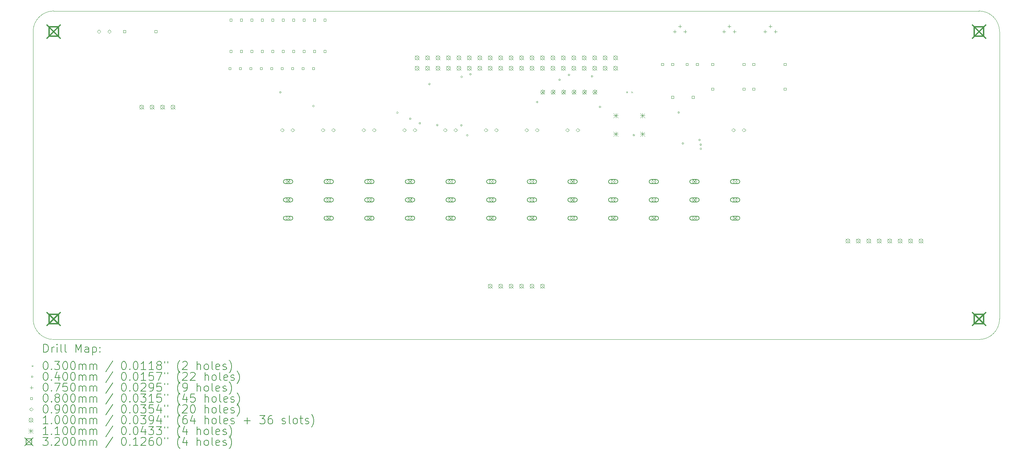
<source format=gbr>
%TF.GenerationSoftware,KiCad,Pcbnew,(6.0.11)*%
%TF.CreationDate,2023-11-10T06:43:21-05:00*%
%TF.ProjectId,front-panel.processor,66726f6e-742d-4706-916e-656c2e70726f,rev?*%
%TF.SameCoordinates,Original*%
%TF.FileFunction,Drillmap*%
%TF.FilePolarity,Positive*%
%FSLAX45Y45*%
G04 Gerber Fmt 4.5, Leading zero omitted, Abs format (unit mm)*
G04 Created by KiCad (PCBNEW (6.0.11)) date 2023-11-10 06:43:21*
%MOMM*%
%LPD*%
G01*
G04 APERTURE LIST*
%ADD10C,0.050000*%
%ADD11C,0.200000*%
%ADD12C,0.030000*%
%ADD13C,0.040000*%
%ADD14C,0.075000*%
%ADD15C,0.080000*%
%ADD16C,0.090000*%
%ADD17C,0.100000*%
%ADD18C,0.110000*%
%ADD19C,0.320000*%
G04 APERTURE END LIST*
D10*
X4000000Y-23000000D02*
X26500000Y-23000000D01*
X3500000Y-15500000D02*
X3500000Y-22500000D01*
X26500000Y-15000000D02*
X4000000Y-15000000D01*
X27000000Y-22500000D02*
X27000000Y-15500000D01*
X27000000Y-15500000D02*
G75*
G03*
X26500000Y-15000000I-500000J0D01*
G01*
X3500000Y-22500000D02*
G75*
G03*
X4000000Y-23000000I500000J0D01*
G01*
X4000000Y-15000000D02*
G75*
G03*
X3500000Y-15500000I0J-500000D01*
G01*
X26500000Y-23000000D02*
G75*
G03*
X27000000Y-22500000I0J500000D01*
G01*
D11*
D12*
X17925000Y-16960000D02*
X17955000Y-16990000D01*
X17955000Y-16960000D02*
X17925000Y-16990000D01*
X18045000Y-16960000D02*
X18075000Y-16990000D01*
X18075000Y-16960000D02*
X18045000Y-16990000D01*
D13*
X9533350Y-16981820D02*
G75*
G03*
X9533350Y-16981820I-20000J0D01*
G01*
X10334500Y-17315360D02*
G75*
G03*
X10334500Y-17315360I-20000J0D01*
G01*
X12376230Y-17476300D02*
G75*
G03*
X12376230Y-17476300I-20000J0D01*
G01*
X12691370Y-17623120D02*
G75*
G03*
X12691370Y-17623120I-20000J0D01*
G01*
X12921470Y-17734120D02*
G75*
G03*
X12921470Y-17734120I-20000J0D01*
G01*
X13155740Y-16780140D02*
G75*
G03*
X13155740Y-16780140I-20000J0D01*
G01*
X13347650Y-17779130D02*
G75*
G03*
X13347650Y-17779130I-20000J0D01*
G01*
X13933560Y-17783200D02*
G75*
G03*
X13933560Y-17783200I-20000J0D01*
G01*
X13941180Y-16604140D02*
G75*
G03*
X13941180Y-16604140I-20000J0D01*
G01*
X14075760Y-18026530D02*
G75*
G03*
X14075760Y-18026530I-20000J0D01*
G01*
X14154730Y-16540340D02*
G75*
G03*
X14154730Y-16540340I-20000J0D01*
G01*
X15775180Y-17217360D02*
G75*
G03*
X15775180Y-17217360I-20000J0D01*
G01*
X16323000Y-16675380D02*
G75*
G03*
X16323000Y-16675380I-20000J0D01*
G01*
X16549460Y-16556190D02*
G75*
G03*
X16549460Y-16556190I-20000J0D01*
G01*
X17110420Y-16589440D02*
G75*
G03*
X17110420Y-16589440I-20000J0D01*
G01*
X17304850Y-17336110D02*
G75*
G03*
X17304850Y-17336110I-20000J0D01*
G01*
X18127830Y-18022380D02*
G75*
G03*
X18127830Y-18022380I-20000J0D01*
G01*
X19219570Y-17472250D02*
G75*
G03*
X19219570Y-17472250I-20000J0D01*
G01*
X19319230Y-18226970D02*
G75*
G03*
X19319230Y-18226970I-20000J0D01*
G01*
X19725690Y-18138980D02*
G75*
G03*
X19725690Y-18138980I-20000J0D01*
G01*
X19753820Y-18254410D02*
G75*
G03*
X19753820Y-18254410I-20000J0D01*
G01*
X19756350Y-18356060D02*
G75*
G03*
X19756350Y-18356060I-20000J0D01*
G01*
D14*
X19100000Y-15462500D02*
X19100000Y-15537500D01*
X19062500Y-15500000D02*
X19137500Y-15500000D01*
X19227000Y-15335500D02*
X19227000Y-15410500D01*
X19189500Y-15373000D02*
X19264500Y-15373000D01*
X19354000Y-15462500D02*
X19354000Y-15537500D01*
X19316500Y-15500000D02*
X19391500Y-15500000D01*
X20300000Y-15462500D02*
X20300000Y-15537500D01*
X20262500Y-15500000D02*
X20337500Y-15500000D01*
X20427000Y-15335500D02*
X20427000Y-15410500D01*
X20389500Y-15373000D02*
X20464500Y-15373000D01*
X20554000Y-15462500D02*
X20554000Y-15537500D01*
X20516500Y-15500000D02*
X20591500Y-15500000D01*
X21300000Y-15462500D02*
X21300000Y-15537500D01*
X21262500Y-15500000D02*
X21337500Y-15500000D01*
X21427000Y-15335500D02*
X21427000Y-15410500D01*
X21389500Y-15373000D02*
X21464500Y-15373000D01*
X21554000Y-15462500D02*
X21554000Y-15537500D01*
X21516500Y-15500000D02*
X21591500Y-15500000D01*
D15*
X5747284Y-15528284D02*
X5747284Y-15471715D01*
X5690715Y-15471715D01*
X5690715Y-15528284D01*
X5747284Y-15528284D01*
X6509284Y-15528284D02*
X6509284Y-15471715D01*
X6452715Y-15471715D01*
X6452715Y-15528284D01*
X6509284Y-15528284D01*
X8310784Y-16428284D02*
X8310784Y-16371715D01*
X8254215Y-16371715D01*
X8254215Y-16428284D01*
X8310784Y-16428284D01*
X8335784Y-15246284D02*
X8335784Y-15189715D01*
X8279215Y-15189715D01*
X8279215Y-15246284D01*
X8335784Y-15246284D01*
X8335784Y-16008284D02*
X8335784Y-15951715D01*
X8279215Y-15951715D01*
X8279215Y-16008284D01*
X8335784Y-16008284D01*
X8564785Y-16428284D02*
X8564785Y-16371715D01*
X8508216Y-16371715D01*
X8508216Y-16428284D01*
X8564785Y-16428284D01*
X8589785Y-15246284D02*
X8589785Y-15189715D01*
X8533216Y-15189715D01*
X8533216Y-15246284D01*
X8589785Y-15246284D01*
X8589785Y-16008284D02*
X8589785Y-15951715D01*
X8533216Y-15951715D01*
X8533216Y-16008284D01*
X8589785Y-16008284D01*
X8818785Y-16428284D02*
X8818785Y-16371715D01*
X8762216Y-16371715D01*
X8762216Y-16428284D01*
X8818785Y-16428284D01*
X8843785Y-15246284D02*
X8843785Y-15189715D01*
X8787216Y-15189715D01*
X8787216Y-15246284D01*
X8843785Y-15246284D01*
X8843785Y-16008284D02*
X8843785Y-15951715D01*
X8787216Y-15951715D01*
X8787216Y-16008284D01*
X8843785Y-16008284D01*
X9072785Y-16428284D02*
X9072785Y-16371715D01*
X9016216Y-16371715D01*
X9016216Y-16428284D01*
X9072785Y-16428284D01*
X9097785Y-15246284D02*
X9097785Y-15189715D01*
X9041216Y-15189715D01*
X9041216Y-15246284D01*
X9097785Y-15246284D01*
X9097785Y-16008284D02*
X9097785Y-15951715D01*
X9041216Y-15951715D01*
X9041216Y-16008284D01*
X9097785Y-16008284D01*
X9326785Y-16428284D02*
X9326785Y-16371715D01*
X9270216Y-16371715D01*
X9270216Y-16428284D01*
X9326785Y-16428284D01*
X9351785Y-15246284D02*
X9351785Y-15189715D01*
X9295216Y-15189715D01*
X9295216Y-15246284D01*
X9351785Y-15246284D01*
X9351785Y-16008284D02*
X9351785Y-15951715D01*
X9295216Y-15951715D01*
X9295216Y-16008284D01*
X9351785Y-16008284D01*
X9580785Y-16428284D02*
X9580785Y-16371715D01*
X9524216Y-16371715D01*
X9524216Y-16428284D01*
X9580785Y-16428284D01*
X9605785Y-15246284D02*
X9605785Y-15189715D01*
X9549216Y-15189715D01*
X9549216Y-15246284D01*
X9605785Y-15246284D01*
X9605785Y-16008284D02*
X9605785Y-15951715D01*
X9549216Y-15951715D01*
X9549216Y-16008284D01*
X9605785Y-16008284D01*
X9834785Y-16428284D02*
X9834785Y-16371715D01*
X9778216Y-16371715D01*
X9778216Y-16428284D01*
X9834785Y-16428284D01*
X9859785Y-15246284D02*
X9859785Y-15189715D01*
X9803216Y-15189715D01*
X9803216Y-15246284D01*
X9859785Y-15246284D01*
X9859785Y-16008284D02*
X9859785Y-15951715D01*
X9803216Y-15951715D01*
X9803216Y-16008284D01*
X9859785Y-16008284D01*
X10088785Y-16428284D02*
X10088785Y-16371715D01*
X10032216Y-16371715D01*
X10032216Y-16428284D01*
X10088785Y-16428284D01*
X10113785Y-15246284D02*
X10113785Y-15189715D01*
X10057216Y-15189715D01*
X10057216Y-15246284D01*
X10113785Y-15246284D01*
X10113785Y-16008284D02*
X10113785Y-15951715D01*
X10057216Y-15951715D01*
X10057216Y-16008284D01*
X10113785Y-16008284D01*
X10342785Y-16428284D02*
X10342785Y-16371715D01*
X10286216Y-16371715D01*
X10286216Y-16428284D01*
X10342785Y-16428284D01*
X10367785Y-15246284D02*
X10367785Y-15189715D01*
X10311216Y-15189715D01*
X10311216Y-15246284D01*
X10367785Y-15246284D01*
X10367785Y-16008284D02*
X10367785Y-15951715D01*
X10311216Y-15951715D01*
X10311216Y-16008284D01*
X10367785Y-16008284D01*
X10621785Y-15246284D02*
X10621785Y-15189715D01*
X10565216Y-15189715D01*
X10565216Y-15246284D01*
X10621785Y-15246284D01*
X10621785Y-16008284D02*
X10621785Y-15951715D01*
X10565216Y-15951715D01*
X10565216Y-16008284D01*
X10621785Y-16008284D01*
X18828285Y-16328284D02*
X18828285Y-16271715D01*
X18771716Y-16271715D01*
X18771716Y-16328284D01*
X18828285Y-16328284D01*
X19078285Y-16328284D02*
X19078285Y-16271715D01*
X19021716Y-16271715D01*
X19021716Y-16328284D01*
X19078285Y-16328284D01*
X19078285Y-17128285D02*
X19078285Y-17071716D01*
X19021716Y-17071716D01*
X19021716Y-17128285D01*
X19078285Y-17128285D01*
X19428285Y-16328284D02*
X19428285Y-16271715D01*
X19371716Y-16271715D01*
X19371716Y-16328284D01*
X19428285Y-16328284D01*
X19578285Y-17128285D02*
X19578285Y-17071716D01*
X19521716Y-17071716D01*
X19521716Y-17128285D01*
X19578285Y-17128285D01*
X19678285Y-16328284D02*
X19678285Y-16271715D01*
X19621716Y-16271715D01*
X19621716Y-16328284D01*
X19678285Y-16328284D01*
X20047285Y-16328284D02*
X20047285Y-16271715D01*
X19990716Y-16271715D01*
X19990716Y-16328284D01*
X20047285Y-16328284D01*
X20047285Y-16928285D02*
X20047285Y-16871716D01*
X19990716Y-16871716D01*
X19990716Y-16928285D01*
X20047285Y-16928285D01*
X20809285Y-16328284D02*
X20809285Y-16271715D01*
X20752716Y-16271715D01*
X20752716Y-16328284D01*
X20809285Y-16328284D01*
X20809285Y-16928285D02*
X20809285Y-16871716D01*
X20752716Y-16871716D01*
X20752716Y-16928285D01*
X20809285Y-16928285D01*
X21047285Y-16328284D02*
X21047285Y-16271715D01*
X20990716Y-16271715D01*
X20990716Y-16328284D01*
X21047285Y-16328284D01*
X21047285Y-16928285D02*
X21047285Y-16871716D01*
X20990716Y-16871716D01*
X20990716Y-16928285D01*
X21047285Y-16928285D01*
X21809285Y-16328284D02*
X21809285Y-16271715D01*
X21752716Y-16271715D01*
X21752716Y-16328284D01*
X21809285Y-16328284D01*
X21809285Y-16928285D02*
X21809285Y-16871716D01*
X21752716Y-16871716D01*
X21752716Y-16928285D01*
X21809285Y-16928285D01*
D16*
X5100000Y-15545000D02*
X5145000Y-15500000D01*
X5100000Y-15455000D01*
X5055000Y-15500000D01*
X5100000Y-15545000D01*
X5354000Y-15545000D02*
X5399000Y-15500000D01*
X5354000Y-15455000D01*
X5309000Y-15500000D01*
X5354000Y-15545000D01*
X9554750Y-17945000D02*
X9599750Y-17900000D01*
X9554750Y-17855000D01*
X9509750Y-17900000D01*
X9554750Y-17945000D01*
X9808750Y-17945000D02*
X9853750Y-17900000D01*
X9808750Y-17855000D01*
X9763750Y-17900000D01*
X9808750Y-17945000D01*
X10545340Y-17945000D02*
X10590340Y-17900000D01*
X10545340Y-17855000D01*
X10500340Y-17900000D01*
X10545340Y-17945000D01*
X10799340Y-17945000D02*
X10844340Y-17900000D01*
X10799340Y-17855000D01*
X10754340Y-17900000D01*
X10799340Y-17945000D01*
X11535930Y-17945180D02*
X11580930Y-17900180D01*
X11535930Y-17855180D01*
X11490930Y-17900180D01*
X11535930Y-17945180D01*
X11789930Y-17945180D02*
X11834930Y-17900180D01*
X11789930Y-17855180D01*
X11744930Y-17900180D01*
X11789930Y-17945180D01*
X12526510Y-17945000D02*
X12571510Y-17900000D01*
X12526510Y-17855000D01*
X12481510Y-17900000D01*
X12526510Y-17945000D01*
X12780510Y-17945000D02*
X12825510Y-17900000D01*
X12780510Y-17855000D01*
X12735510Y-17900000D01*
X12780510Y-17945000D01*
X13517100Y-17945000D02*
X13562100Y-17900000D01*
X13517100Y-17855000D01*
X13472100Y-17900000D01*
X13517100Y-17945000D01*
X13771100Y-17945000D02*
X13816100Y-17900000D01*
X13771100Y-17855000D01*
X13726100Y-17900000D01*
X13771100Y-17945000D01*
X14507690Y-17945230D02*
X14552690Y-17900230D01*
X14507690Y-17855230D01*
X14462690Y-17900230D01*
X14507690Y-17945230D01*
X14761690Y-17945230D02*
X14806690Y-17900230D01*
X14761690Y-17855230D01*
X14716690Y-17900230D01*
X14761690Y-17945230D01*
X15498280Y-17945180D02*
X15543280Y-17900180D01*
X15498280Y-17855180D01*
X15453280Y-17900180D01*
X15498280Y-17945180D01*
X15752280Y-17945180D02*
X15797280Y-17900180D01*
X15752280Y-17855180D01*
X15707280Y-17900180D01*
X15752280Y-17945180D01*
X16488860Y-17945000D02*
X16533860Y-17900000D01*
X16488860Y-17855000D01*
X16443860Y-17900000D01*
X16488860Y-17945000D01*
X16742860Y-17945000D02*
X16787860Y-17900000D01*
X16742860Y-17855000D01*
X16697860Y-17900000D01*
X16742860Y-17945000D01*
X20527000Y-17945000D02*
X20572000Y-17900000D01*
X20527000Y-17855000D01*
X20482000Y-17900000D01*
X20527000Y-17945000D01*
X20781000Y-17945000D02*
X20826000Y-17900000D01*
X20781000Y-17855000D01*
X20736000Y-17900000D01*
X20781000Y-17945000D01*
D17*
X6088000Y-17290000D02*
X6188000Y-17390000D01*
X6188000Y-17290000D02*
X6088000Y-17390000D01*
X6188000Y-17340000D02*
G75*
G03*
X6188000Y-17340000I-50000J0D01*
G01*
X6342000Y-17290000D02*
X6442000Y-17390000D01*
X6442000Y-17290000D02*
X6342000Y-17390000D01*
X6442000Y-17340000D02*
G75*
G03*
X6442000Y-17340000I-50000J0D01*
G01*
X6596000Y-17290000D02*
X6696000Y-17390000D01*
X6696000Y-17290000D02*
X6596000Y-17390000D01*
X6696000Y-17340000D02*
G75*
G03*
X6696000Y-17340000I-50000J0D01*
G01*
X6850000Y-17290000D02*
X6950000Y-17390000D01*
X6950000Y-17290000D02*
X6850000Y-17390000D01*
X6950000Y-17340000D02*
G75*
G03*
X6950000Y-17340000I-50000J0D01*
G01*
X9650000Y-19105000D02*
X9750000Y-19205000D01*
X9750000Y-19105000D02*
X9650000Y-19205000D01*
X9750000Y-19155000D02*
G75*
G03*
X9750000Y-19155000I-50000J0D01*
G01*
D11*
X9765000Y-19105000D02*
X9635000Y-19105000D01*
X9765000Y-19205000D02*
X9635000Y-19205000D01*
X9635000Y-19105000D02*
G75*
G03*
X9635000Y-19205000I0J-50000D01*
G01*
X9765000Y-19205000D02*
G75*
G03*
X9765000Y-19105000I0J50000D01*
G01*
D17*
X9650000Y-19550000D02*
X9750000Y-19650000D01*
X9750000Y-19550000D02*
X9650000Y-19650000D01*
X9750000Y-19600000D02*
G75*
G03*
X9750000Y-19600000I-50000J0D01*
G01*
D11*
X9765000Y-19550000D02*
X9635000Y-19550000D01*
X9765000Y-19650000D02*
X9635000Y-19650000D01*
X9635000Y-19550000D02*
G75*
G03*
X9635000Y-19650000I0J-50000D01*
G01*
X9765000Y-19650000D02*
G75*
G03*
X9765000Y-19550000I0J50000D01*
G01*
D17*
X9650000Y-19995000D02*
X9750000Y-20095000D01*
X9750000Y-19995000D02*
X9650000Y-20095000D01*
X9750000Y-20045000D02*
G75*
G03*
X9750000Y-20045000I-50000J0D01*
G01*
D11*
X9765000Y-19995000D02*
X9635000Y-19995000D01*
X9765000Y-20095000D02*
X9635000Y-20095000D01*
X9635000Y-19995000D02*
G75*
G03*
X9635000Y-20095000I0J-50000D01*
G01*
X9765000Y-20095000D02*
G75*
G03*
X9765000Y-19995000I0J50000D01*
G01*
D17*
X10638200Y-19105000D02*
X10738200Y-19205000D01*
X10738200Y-19105000D02*
X10638200Y-19205000D01*
X10738200Y-19155000D02*
G75*
G03*
X10738200Y-19155000I-50000J0D01*
G01*
D11*
X10753200Y-19105000D02*
X10623200Y-19105000D01*
X10753200Y-19205000D02*
X10623200Y-19205000D01*
X10623200Y-19105000D02*
G75*
G03*
X10623200Y-19205000I0J-50000D01*
G01*
X10753200Y-19205000D02*
G75*
G03*
X10753200Y-19105000I0J50000D01*
G01*
D17*
X10638200Y-19550000D02*
X10738200Y-19650000D01*
X10738200Y-19550000D02*
X10638200Y-19650000D01*
X10738200Y-19600000D02*
G75*
G03*
X10738200Y-19600000I-50000J0D01*
G01*
D11*
X10753200Y-19550000D02*
X10623200Y-19550000D01*
X10753200Y-19650000D02*
X10623200Y-19650000D01*
X10623200Y-19550000D02*
G75*
G03*
X10623200Y-19650000I0J-50000D01*
G01*
X10753200Y-19650000D02*
G75*
G03*
X10753200Y-19550000I0J50000D01*
G01*
D17*
X10638200Y-19995000D02*
X10738200Y-20095000D01*
X10738200Y-19995000D02*
X10638200Y-20095000D01*
X10738200Y-20045000D02*
G75*
G03*
X10738200Y-20045000I-50000J0D01*
G01*
D11*
X10753200Y-19995000D02*
X10623200Y-19995000D01*
X10753200Y-20095000D02*
X10623200Y-20095000D01*
X10623200Y-19995000D02*
G75*
G03*
X10623200Y-20095000I0J-50000D01*
G01*
X10753200Y-20095000D02*
G75*
G03*
X10753200Y-19995000I0J50000D01*
G01*
D17*
X11626410Y-19105000D02*
X11726410Y-19205000D01*
X11726410Y-19105000D02*
X11626410Y-19205000D01*
X11726410Y-19155000D02*
G75*
G03*
X11726410Y-19155000I-50000J0D01*
G01*
D11*
X11741410Y-19105000D02*
X11611410Y-19105000D01*
X11741410Y-19205000D02*
X11611410Y-19205000D01*
X11611410Y-19105000D02*
G75*
G03*
X11611410Y-19205000I0J-50000D01*
G01*
X11741410Y-19205000D02*
G75*
G03*
X11741410Y-19105000I0J50000D01*
G01*
D17*
X11626410Y-19550000D02*
X11726410Y-19650000D01*
X11726410Y-19550000D02*
X11626410Y-19650000D01*
X11726410Y-19600000D02*
G75*
G03*
X11726410Y-19600000I-50000J0D01*
G01*
D11*
X11741410Y-19550000D02*
X11611410Y-19550000D01*
X11741410Y-19650000D02*
X11611410Y-19650000D01*
X11611410Y-19550000D02*
G75*
G03*
X11611410Y-19650000I0J-50000D01*
G01*
X11741410Y-19650000D02*
G75*
G03*
X11741410Y-19550000I0J50000D01*
G01*
D17*
X11626410Y-19995000D02*
X11726410Y-20095000D01*
X11726410Y-19995000D02*
X11626410Y-20095000D01*
X11726410Y-20045000D02*
G75*
G03*
X11726410Y-20045000I-50000J0D01*
G01*
D11*
X11741410Y-19995000D02*
X11611410Y-19995000D01*
X11741410Y-20095000D02*
X11611410Y-20095000D01*
X11611410Y-19995000D02*
G75*
G03*
X11611410Y-20095000I0J-50000D01*
G01*
X11741410Y-20095000D02*
G75*
G03*
X11741410Y-19995000I0J50000D01*
G01*
D17*
X12614610Y-19105000D02*
X12714610Y-19205000D01*
X12714610Y-19105000D02*
X12614610Y-19205000D01*
X12714610Y-19155000D02*
G75*
G03*
X12714610Y-19155000I-50000J0D01*
G01*
D11*
X12729610Y-19105000D02*
X12599610Y-19105000D01*
X12729610Y-19205000D02*
X12599610Y-19205000D01*
X12599610Y-19105000D02*
G75*
G03*
X12599610Y-19205000I0J-50000D01*
G01*
X12729610Y-19205000D02*
G75*
G03*
X12729610Y-19105000I0J50000D01*
G01*
D17*
X12614610Y-19550000D02*
X12714610Y-19650000D01*
X12714610Y-19550000D02*
X12614610Y-19650000D01*
X12714610Y-19600000D02*
G75*
G03*
X12714610Y-19600000I-50000J0D01*
G01*
D11*
X12729610Y-19550000D02*
X12599610Y-19550000D01*
X12729610Y-19650000D02*
X12599610Y-19650000D01*
X12599610Y-19550000D02*
G75*
G03*
X12599610Y-19650000I0J-50000D01*
G01*
X12729610Y-19650000D02*
G75*
G03*
X12729610Y-19550000I0J50000D01*
G01*
D17*
X12614610Y-19995000D02*
X12714610Y-20095000D01*
X12714610Y-19995000D02*
X12614610Y-20095000D01*
X12714610Y-20045000D02*
G75*
G03*
X12714610Y-20045000I-50000J0D01*
G01*
D11*
X12729610Y-19995000D02*
X12599610Y-19995000D01*
X12729610Y-20095000D02*
X12599610Y-20095000D01*
X12599610Y-19995000D02*
G75*
G03*
X12599610Y-20095000I0J-50000D01*
G01*
X12729610Y-20095000D02*
G75*
G03*
X12729610Y-19995000I0J50000D01*
G01*
D17*
X12787000Y-16090750D02*
X12887000Y-16190750D01*
X12887000Y-16090750D02*
X12787000Y-16190750D01*
X12887000Y-16140750D02*
G75*
G03*
X12887000Y-16140750I-50000J0D01*
G01*
X12787000Y-16344750D02*
X12887000Y-16444750D01*
X12887000Y-16344750D02*
X12787000Y-16444750D01*
X12887000Y-16394750D02*
G75*
G03*
X12887000Y-16394750I-50000J0D01*
G01*
X13041000Y-16090750D02*
X13141000Y-16190750D01*
X13141000Y-16090750D02*
X13041000Y-16190750D01*
X13141000Y-16140750D02*
G75*
G03*
X13141000Y-16140750I-50000J0D01*
G01*
X13041000Y-16344750D02*
X13141000Y-16444750D01*
X13141000Y-16344750D02*
X13041000Y-16444750D01*
X13141000Y-16394750D02*
G75*
G03*
X13141000Y-16394750I-50000J0D01*
G01*
X13295000Y-16090750D02*
X13395000Y-16190750D01*
X13395000Y-16090750D02*
X13295000Y-16190750D01*
X13395000Y-16140750D02*
G75*
G03*
X13395000Y-16140750I-50000J0D01*
G01*
X13295000Y-16344750D02*
X13395000Y-16444750D01*
X13395000Y-16344750D02*
X13295000Y-16444750D01*
X13395000Y-16394750D02*
G75*
G03*
X13395000Y-16394750I-50000J0D01*
G01*
X13549000Y-16090750D02*
X13649000Y-16190750D01*
X13649000Y-16090750D02*
X13549000Y-16190750D01*
X13649000Y-16140750D02*
G75*
G03*
X13649000Y-16140750I-50000J0D01*
G01*
X13549000Y-16344750D02*
X13649000Y-16444750D01*
X13649000Y-16344750D02*
X13549000Y-16444750D01*
X13649000Y-16394750D02*
G75*
G03*
X13649000Y-16394750I-50000J0D01*
G01*
X13602820Y-19105000D02*
X13702820Y-19205000D01*
X13702820Y-19105000D02*
X13602820Y-19205000D01*
X13702820Y-19155000D02*
G75*
G03*
X13702820Y-19155000I-50000J0D01*
G01*
D11*
X13717820Y-19105000D02*
X13587820Y-19105000D01*
X13717820Y-19205000D02*
X13587820Y-19205000D01*
X13587820Y-19105000D02*
G75*
G03*
X13587820Y-19205000I0J-50000D01*
G01*
X13717820Y-19205000D02*
G75*
G03*
X13717820Y-19105000I0J50000D01*
G01*
D17*
X13602820Y-19550000D02*
X13702820Y-19650000D01*
X13702820Y-19550000D02*
X13602820Y-19650000D01*
X13702820Y-19600000D02*
G75*
G03*
X13702820Y-19600000I-50000J0D01*
G01*
D11*
X13717820Y-19550000D02*
X13587820Y-19550000D01*
X13717820Y-19650000D02*
X13587820Y-19650000D01*
X13587820Y-19550000D02*
G75*
G03*
X13587820Y-19650000I0J-50000D01*
G01*
X13717820Y-19650000D02*
G75*
G03*
X13717820Y-19550000I0J50000D01*
G01*
D17*
X13602820Y-19995000D02*
X13702820Y-20095000D01*
X13702820Y-19995000D02*
X13602820Y-20095000D01*
X13702820Y-20045000D02*
G75*
G03*
X13702820Y-20045000I-50000J0D01*
G01*
D11*
X13717820Y-19995000D02*
X13587820Y-19995000D01*
X13717820Y-20095000D02*
X13587820Y-20095000D01*
X13587820Y-19995000D02*
G75*
G03*
X13587820Y-20095000I0J-50000D01*
G01*
X13717820Y-20095000D02*
G75*
G03*
X13717820Y-19995000I0J50000D01*
G01*
D17*
X13803000Y-16090750D02*
X13903000Y-16190750D01*
X13903000Y-16090750D02*
X13803000Y-16190750D01*
X13903000Y-16140750D02*
G75*
G03*
X13903000Y-16140750I-50000J0D01*
G01*
X13803000Y-16344750D02*
X13903000Y-16444750D01*
X13903000Y-16344750D02*
X13803000Y-16444750D01*
X13903000Y-16394750D02*
G75*
G03*
X13903000Y-16394750I-50000J0D01*
G01*
X14057000Y-16090750D02*
X14157000Y-16190750D01*
X14157000Y-16090750D02*
X14057000Y-16190750D01*
X14157000Y-16140750D02*
G75*
G03*
X14157000Y-16140750I-50000J0D01*
G01*
X14057000Y-16344750D02*
X14157000Y-16444750D01*
X14157000Y-16344750D02*
X14057000Y-16444750D01*
X14157000Y-16394750D02*
G75*
G03*
X14157000Y-16394750I-50000J0D01*
G01*
X14311000Y-16090750D02*
X14411000Y-16190750D01*
X14411000Y-16090750D02*
X14311000Y-16190750D01*
X14411000Y-16140750D02*
G75*
G03*
X14411000Y-16140750I-50000J0D01*
G01*
X14311000Y-16344750D02*
X14411000Y-16444750D01*
X14411000Y-16344750D02*
X14311000Y-16444750D01*
X14411000Y-16394750D02*
G75*
G03*
X14411000Y-16394750I-50000J0D01*
G01*
X14565000Y-16090750D02*
X14665000Y-16190750D01*
X14665000Y-16090750D02*
X14565000Y-16190750D01*
X14665000Y-16140750D02*
G75*
G03*
X14665000Y-16140750I-50000J0D01*
G01*
X14565000Y-16344750D02*
X14665000Y-16444750D01*
X14665000Y-16344750D02*
X14565000Y-16444750D01*
X14665000Y-16394750D02*
G75*
G03*
X14665000Y-16394750I-50000J0D01*
G01*
X14565000Y-21650000D02*
X14665000Y-21750000D01*
X14665000Y-21650000D02*
X14565000Y-21750000D01*
X14665000Y-21700000D02*
G75*
G03*
X14665000Y-21700000I-50000J0D01*
G01*
X14591020Y-19105000D02*
X14691020Y-19205000D01*
X14691020Y-19105000D02*
X14591020Y-19205000D01*
X14691020Y-19155000D02*
G75*
G03*
X14691020Y-19155000I-50000J0D01*
G01*
D11*
X14706020Y-19105000D02*
X14576020Y-19105000D01*
X14706020Y-19205000D02*
X14576020Y-19205000D01*
X14576020Y-19105000D02*
G75*
G03*
X14576020Y-19205000I0J-50000D01*
G01*
X14706020Y-19205000D02*
G75*
G03*
X14706020Y-19105000I0J50000D01*
G01*
D17*
X14591020Y-19550000D02*
X14691020Y-19650000D01*
X14691020Y-19550000D02*
X14591020Y-19650000D01*
X14691020Y-19600000D02*
G75*
G03*
X14691020Y-19600000I-50000J0D01*
G01*
D11*
X14706020Y-19550000D02*
X14576020Y-19550000D01*
X14706020Y-19650000D02*
X14576020Y-19650000D01*
X14576020Y-19550000D02*
G75*
G03*
X14576020Y-19650000I0J-50000D01*
G01*
X14706020Y-19650000D02*
G75*
G03*
X14706020Y-19550000I0J50000D01*
G01*
D17*
X14591020Y-19995000D02*
X14691020Y-20095000D01*
X14691020Y-19995000D02*
X14591020Y-20095000D01*
X14691020Y-20045000D02*
G75*
G03*
X14691020Y-20045000I-50000J0D01*
G01*
D11*
X14706020Y-19995000D02*
X14576020Y-19995000D01*
X14706020Y-20095000D02*
X14576020Y-20095000D01*
X14576020Y-19995000D02*
G75*
G03*
X14576020Y-20095000I0J-50000D01*
G01*
X14706020Y-20095000D02*
G75*
G03*
X14706020Y-19995000I0J50000D01*
G01*
D17*
X14819000Y-16090750D02*
X14919000Y-16190750D01*
X14919000Y-16090750D02*
X14819000Y-16190750D01*
X14919000Y-16140750D02*
G75*
G03*
X14919000Y-16140750I-50000J0D01*
G01*
X14819000Y-16344750D02*
X14919000Y-16444750D01*
X14919000Y-16344750D02*
X14819000Y-16444750D01*
X14919000Y-16394750D02*
G75*
G03*
X14919000Y-16394750I-50000J0D01*
G01*
X14819000Y-21650000D02*
X14919000Y-21750000D01*
X14919000Y-21650000D02*
X14819000Y-21750000D01*
X14919000Y-21700000D02*
G75*
G03*
X14919000Y-21700000I-50000J0D01*
G01*
X15073000Y-16090750D02*
X15173000Y-16190750D01*
X15173000Y-16090750D02*
X15073000Y-16190750D01*
X15173000Y-16140750D02*
G75*
G03*
X15173000Y-16140750I-50000J0D01*
G01*
X15073000Y-16344750D02*
X15173000Y-16444750D01*
X15173000Y-16344750D02*
X15073000Y-16444750D01*
X15173000Y-16394750D02*
G75*
G03*
X15173000Y-16394750I-50000J0D01*
G01*
X15073000Y-21650000D02*
X15173000Y-21750000D01*
X15173000Y-21650000D02*
X15073000Y-21750000D01*
X15173000Y-21700000D02*
G75*
G03*
X15173000Y-21700000I-50000J0D01*
G01*
X15327000Y-16090750D02*
X15427000Y-16190750D01*
X15427000Y-16090750D02*
X15327000Y-16190750D01*
X15427000Y-16140750D02*
G75*
G03*
X15427000Y-16140750I-50000J0D01*
G01*
X15327000Y-16344750D02*
X15427000Y-16444750D01*
X15427000Y-16344750D02*
X15327000Y-16444750D01*
X15427000Y-16394750D02*
G75*
G03*
X15427000Y-16394750I-50000J0D01*
G01*
X15327000Y-21650000D02*
X15427000Y-21750000D01*
X15427000Y-21650000D02*
X15327000Y-21750000D01*
X15427000Y-21700000D02*
G75*
G03*
X15427000Y-21700000I-50000J0D01*
G01*
X15579230Y-19105000D02*
X15679230Y-19205000D01*
X15679230Y-19105000D02*
X15579230Y-19205000D01*
X15679230Y-19155000D02*
G75*
G03*
X15679230Y-19155000I-50000J0D01*
G01*
D11*
X15694230Y-19105000D02*
X15564230Y-19105000D01*
X15694230Y-19205000D02*
X15564230Y-19205000D01*
X15564230Y-19105000D02*
G75*
G03*
X15564230Y-19205000I0J-50000D01*
G01*
X15694230Y-19205000D02*
G75*
G03*
X15694230Y-19105000I0J50000D01*
G01*
D17*
X15579230Y-19550000D02*
X15679230Y-19650000D01*
X15679230Y-19550000D02*
X15579230Y-19650000D01*
X15679230Y-19600000D02*
G75*
G03*
X15679230Y-19600000I-50000J0D01*
G01*
D11*
X15694230Y-19550000D02*
X15564230Y-19550000D01*
X15694230Y-19650000D02*
X15564230Y-19650000D01*
X15564230Y-19550000D02*
G75*
G03*
X15564230Y-19650000I0J-50000D01*
G01*
X15694230Y-19650000D02*
G75*
G03*
X15694230Y-19550000I0J50000D01*
G01*
D17*
X15579230Y-19995000D02*
X15679230Y-20095000D01*
X15679230Y-19995000D02*
X15579230Y-20095000D01*
X15679230Y-20045000D02*
G75*
G03*
X15679230Y-20045000I-50000J0D01*
G01*
D11*
X15694230Y-19995000D02*
X15564230Y-19995000D01*
X15694230Y-20095000D02*
X15564230Y-20095000D01*
X15564230Y-19995000D02*
G75*
G03*
X15564230Y-20095000I0J-50000D01*
G01*
X15694230Y-20095000D02*
G75*
G03*
X15694230Y-19995000I0J50000D01*
G01*
D17*
X15581000Y-16090750D02*
X15681000Y-16190750D01*
X15681000Y-16090750D02*
X15581000Y-16190750D01*
X15681000Y-16140750D02*
G75*
G03*
X15681000Y-16140750I-50000J0D01*
G01*
X15581000Y-16344750D02*
X15681000Y-16444750D01*
X15681000Y-16344750D02*
X15581000Y-16444750D01*
X15681000Y-16394750D02*
G75*
G03*
X15681000Y-16394750I-50000J0D01*
G01*
X15581000Y-21650000D02*
X15681000Y-21750000D01*
X15681000Y-21650000D02*
X15581000Y-21750000D01*
X15681000Y-21700000D02*
G75*
G03*
X15681000Y-21700000I-50000J0D01*
G01*
X15835000Y-16090750D02*
X15935000Y-16190750D01*
X15935000Y-16090750D02*
X15835000Y-16190750D01*
X15935000Y-16140750D02*
G75*
G03*
X15935000Y-16140750I-50000J0D01*
G01*
X15835000Y-16344750D02*
X15935000Y-16444750D01*
X15935000Y-16344750D02*
X15835000Y-16444750D01*
X15935000Y-16394750D02*
G75*
G03*
X15935000Y-16394750I-50000J0D01*
G01*
X15835000Y-21650000D02*
X15935000Y-21750000D01*
X15935000Y-21650000D02*
X15835000Y-21750000D01*
X15935000Y-21700000D02*
G75*
G03*
X15935000Y-21700000I-50000J0D01*
G01*
X15840000Y-16925000D02*
X15940000Y-17025000D01*
X15940000Y-16925000D02*
X15840000Y-17025000D01*
X15940000Y-16975000D02*
G75*
G03*
X15940000Y-16975000I-50000J0D01*
G01*
X16089000Y-16090750D02*
X16189000Y-16190750D01*
X16189000Y-16090750D02*
X16089000Y-16190750D01*
X16189000Y-16140750D02*
G75*
G03*
X16189000Y-16140750I-50000J0D01*
G01*
X16089000Y-16344750D02*
X16189000Y-16444750D01*
X16189000Y-16344750D02*
X16089000Y-16444750D01*
X16189000Y-16394750D02*
G75*
G03*
X16189000Y-16394750I-50000J0D01*
G01*
X16094000Y-16925000D02*
X16194000Y-17025000D01*
X16194000Y-16925000D02*
X16094000Y-17025000D01*
X16194000Y-16975000D02*
G75*
G03*
X16194000Y-16975000I-50000J0D01*
G01*
X16343000Y-16090750D02*
X16443000Y-16190750D01*
X16443000Y-16090750D02*
X16343000Y-16190750D01*
X16443000Y-16140750D02*
G75*
G03*
X16443000Y-16140750I-50000J0D01*
G01*
X16343000Y-16344750D02*
X16443000Y-16444750D01*
X16443000Y-16344750D02*
X16343000Y-16444750D01*
X16443000Y-16394750D02*
G75*
G03*
X16443000Y-16394750I-50000J0D01*
G01*
X16348000Y-16925000D02*
X16448000Y-17025000D01*
X16448000Y-16925000D02*
X16348000Y-17025000D01*
X16448000Y-16975000D02*
G75*
G03*
X16448000Y-16975000I-50000J0D01*
G01*
X16567430Y-19105000D02*
X16667430Y-19205000D01*
X16667430Y-19105000D02*
X16567430Y-19205000D01*
X16667430Y-19155000D02*
G75*
G03*
X16667430Y-19155000I-50000J0D01*
G01*
D11*
X16682430Y-19105000D02*
X16552430Y-19105000D01*
X16682430Y-19205000D02*
X16552430Y-19205000D01*
X16552430Y-19105000D02*
G75*
G03*
X16552430Y-19205000I0J-50000D01*
G01*
X16682430Y-19205000D02*
G75*
G03*
X16682430Y-19105000I0J50000D01*
G01*
D17*
X16567430Y-19550000D02*
X16667430Y-19650000D01*
X16667430Y-19550000D02*
X16567430Y-19650000D01*
X16667430Y-19600000D02*
G75*
G03*
X16667430Y-19600000I-50000J0D01*
G01*
D11*
X16682430Y-19550000D02*
X16552430Y-19550000D01*
X16682430Y-19650000D02*
X16552430Y-19650000D01*
X16552430Y-19550000D02*
G75*
G03*
X16552430Y-19650000I0J-50000D01*
G01*
X16682430Y-19650000D02*
G75*
G03*
X16682430Y-19550000I0J50000D01*
G01*
D17*
X16567430Y-19995000D02*
X16667430Y-20095000D01*
X16667430Y-19995000D02*
X16567430Y-20095000D01*
X16667430Y-20045000D02*
G75*
G03*
X16667430Y-20045000I-50000J0D01*
G01*
D11*
X16682430Y-19995000D02*
X16552430Y-19995000D01*
X16682430Y-20095000D02*
X16552430Y-20095000D01*
X16552430Y-19995000D02*
G75*
G03*
X16552430Y-20095000I0J-50000D01*
G01*
X16682430Y-20095000D02*
G75*
G03*
X16682430Y-19995000I0J50000D01*
G01*
D17*
X16597000Y-16090750D02*
X16697000Y-16190750D01*
X16697000Y-16090750D02*
X16597000Y-16190750D01*
X16697000Y-16140750D02*
G75*
G03*
X16697000Y-16140750I-50000J0D01*
G01*
X16597000Y-16344750D02*
X16697000Y-16444750D01*
X16697000Y-16344750D02*
X16597000Y-16444750D01*
X16697000Y-16394750D02*
G75*
G03*
X16697000Y-16394750I-50000J0D01*
G01*
X16602000Y-16925000D02*
X16702000Y-17025000D01*
X16702000Y-16925000D02*
X16602000Y-17025000D01*
X16702000Y-16975000D02*
G75*
G03*
X16702000Y-16975000I-50000J0D01*
G01*
X16851000Y-16090750D02*
X16951000Y-16190750D01*
X16951000Y-16090750D02*
X16851000Y-16190750D01*
X16951000Y-16140750D02*
G75*
G03*
X16951000Y-16140750I-50000J0D01*
G01*
X16851000Y-16344750D02*
X16951000Y-16444750D01*
X16951000Y-16344750D02*
X16851000Y-16444750D01*
X16951000Y-16394750D02*
G75*
G03*
X16951000Y-16394750I-50000J0D01*
G01*
X16856000Y-16925000D02*
X16956000Y-17025000D01*
X16956000Y-16925000D02*
X16856000Y-17025000D01*
X16956000Y-16975000D02*
G75*
G03*
X16956000Y-16975000I-50000J0D01*
G01*
X17105000Y-16090750D02*
X17205000Y-16190750D01*
X17205000Y-16090750D02*
X17105000Y-16190750D01*
X17205000Y-16140750D02*
G75*
G03*
X17205000Y-16140750I-50000J0D01*
G01*
X17105000Y-16344750D02*
X17205000Y-16444750D01*
X17205000Y-16344750D02*
X17105000Y-16444750D01*
X17205000Y-16394750D02*
G75*
G03*
X17205000Y-16394750I-50000J0D01*
G01*
X17110000Y-16925000D02*
X17210000Y-17025000D01*
X17210000Y-16925000D02*
X17110000Y-17025000D01*
X17210000Y-16975000D02*
G75*
G03*
X17210000Y-16975000I-50000J0D01*
G01*
X17359000Y-16090750D02*
X17459000Y-16190750D01*
X17459000Y-16090750D02*
X17359000Y-16190750D01*
X17459000Y-16140750D02*
G75*
G03*
X17459000Y-16140750I-50000J0D01*
G01*
X17359000Y-16344750D02*
X17459000Y-16444750D01*
X17459000Y-16344750D02*
X17359000Y-16444750D01*
X17459000Y-16394750D02*
G75*
G03*
X17459000Y-16394750I-50000J0D01*
G01*
X17555640Y-19105000D02*
X17655640Y-19205000D01*
X17655640Y-19105000D02*
X17555640Y-19205000D01*
X17655640Y-19155000D02*
G75*
G03*
X17655640Y-19155000I-50000J0D01*
G01*
D11*
X17670640Y-19105000D02*
X17540640Y-19105000D01*
X17670640Y-19205000D02*
X17540640Y-19205000D01*
X17540640Y-19105000D02*
G75*
G03*
X17540640Y-19205000I0J-50000D01*
G01*
X17670640Y-19205000D02*
G75*
G03*
X17670640Y-19105000I0J50000D01*
G01*
D17*
X17555640Y-19550000D02*
X17655640Y-19650000D01*
X17655640Y-19550000D02*
X17555640Y-19650000D01*
X17655640Y-19600000D02*
G75*
G03*
X17655640Y-19600000I-50000J0D01*
G01*
D11*
X17670640Y-19550000D02*
X17540640Y-19550000D01*
X17670640Y-19650000D02*
X17540640Y-19650000D01*
X17540640Y-19550000D02*
G75*
G03*
X17540640Y-19650000I0J-50000D01*
G01*
X17670640Y-19650000D02*
G75*
G03*
X17670640Y-19550000I0J50000D01*
G01*
D17*
X17555640Y-19995000D02*
X17655640Y-20095000D01*
X17655640Y-19995000D02*
X17555640Y-20095000D01*
X17655640Y-20045000D02*
G75*
G03*
X17655640Y-20045000I-50000J0D01*
G01*
D11*
X17670640Y-19995000D02*
X17540640Y-19995000D01*
X17670640Y-20095000D02*
X17540640Y-20095000D01*
X17540640Y-19995000D02*
G75*
G03*
X17540640Y-20095000I0J-50000D01*
G01*
X17670640Y-20095000D02*
G75*
G03*
X17670640Y-19995000I0J50000D01*
G01*
D17*
X17613000Y-16090750D02*
X17713000Y-16190750D01*
X17713000Y-16090750D02*
X17613000Y-16190750D01*
X17713000Y-16140750D02*
G75*
G03*
X17713000Y-16140750I-50000J0D01*
G01*
X17613000Y-16344750D02*
X17713000Y-16444750D01*
X17713000Y-16344750D02*
X17613000Y-16444750D01*
X17713000Y-16394750D02*
G75*
G03*
X17713000Y-16394750I-50000J0D01*
G01*
X18543840Y-19105000D02*
X18643840Y-19205000D01*
X18643840Y-19105000D02*
X18543840Y-19205000D01*
X18643840Y-19155000D02*
G75*
G03*
X18643840Y-19155000I-50000J0D01*
G01*
D11*
X18658840Y-19105000D02*
X18528840Y-19105000D01*
X18658840Y-19205000D02*
X18528840Y-19205000D01*
X18528840Y-19105000D02*
G75*
G03*
X18528840Y-19205000I0J-50000D01*
G01*
X18658840Y-19205000D02*
G75*
G03*
X18658840Y-19105000I0J50000D01*
G01*
D17*
X18543840Y-19550000D02*
X18643840Y-19650000D01*
X18643840Y-19550000D02*
X18543840Y-19650000D01*
X18643840Y-19600000D02*
G75*
G03*
X18643840Y-19600000I-50000J0D01*
G01*
D11*
X18658840Y-19550000D02*
X18528840Y-19550000D01*
X18658840Y-19650000D02*
X18528840Y-19650000D01*
X18528840Y-19550000D02*
G75*
G03*
X18528840Y-19650000I0J-50000D01*
G01*
X18658840Y-19650000D02*
G75*
G03*
X18658840Y-19550000I0J50000D01*
G01*
D17*
X18543840Y-19995000D02*
X18643840Y-20095000D01*
X18643840Y-19995000D02*
X18543840Y-20095000D01*
X18643840Y-20045000D02*
G75*
G03*
X18643840Y-20045000I-50000J0D01*
G01*
D11*
X18658840Y-19995000D02*
X18528840Y-19995000D01*
X18658840Y-20095000D02*
X18528840Y-20095000D01*
X18528840Y-19995000D02*
G75*
G03*
X18528840Y-20095000I0J-50000D01*
G01*
X18658840Y-20095000D02*
G75*
G03*
X18658840Y-19995000I0J50000D01*
G01*
D17*
X19532050Y-19105000D02*
X19632050Y-19205000D01*
X19632050Y-19105000D02*
X19532050Y-19205000D01*
X19632050Y-19155000D02*
G75*
G03*
X19632050Y-19155000I-50000J0D01*
G01*
D11*
X19647050Y-19105000D02*
X19517050Y-19105000D01*
X19647050Y-19205000D02*
X19517050Y-19205000D01*
X19517050Y-19105000D02*
G75*
G03*
X19517050Y-19205000I0J-50000D01*
G01*
X19647050Y-19205000D02*
G75*
G03*
X19647050Y-19105000I0J50000D01*
G01*
D17*
X19532050Y-19550000D02*
X19632050Y-19650000D01*
X19632050Y-19550000D02*
X19532050Y-19650000D01*
X19632050Y-19600000D02*
G75*
G03*
X19632050Y-19600000I-50000J0D01*
G01*
D11*
X19647050Y-19550000D02*
X19517050Y-19550000D01*
X19647050Y-19650000D02*
X19517050Y-19650000D01*
X19517050Y-19550000D02*
G75*
G03*
X19517050Y-19650000I0J-50000D01*
G01*
X19647050Y-19650000D02*
G75*
G03*
X19647050Y-19550000I0J50000D01*
G01*
D17*
X19532050Y-19995000D02*
X19632050Y-20095000D01*
X19632050Y-19995000D02*
X19532050Y-20095000D01*
X19632050Y-20045000D02*
G75*
G03*
X19632050Y-20045000I-50000J0D01*
G01*
D11*
X19647050Y-19995000D02*
X19517050Y-19995000D01*
X19647050Y-20095000D02*
X19517050Y-20095000D01*
X19517050Y-19995000D02*
G75*
G03*
X19517050Y-20095000I0J-50000D01*
G01*
X19647050Y-20095000D02*
G75*
G03*
X19647050Y-19995000I0J50000D01*
G01*
D17*
X20520250Y-19105000D02*
X20620250Y-19205000D01*
X20620250Y-19105000D02*
X20520250Y-19205000D01*
X20620250Y-19155000D02*
G75*
G03*
X20620250Y-19155000I-50000J0D01*
G01*
D11*
X20635250Y-19105000D02*
X20505250Y-19105000D01*
X20635250Y-19205000D02*
X20505250Y-19205000D01*
X20505250Y-19105000D02*
G75*
G03*
X20505250Y-19205000I0J-50000D01*
G01*
X20635250Y-19205000D02*
G75*
G03*
X20635250Y-19105000I0J50000D01*
G01*
D17*
X20520250Y-19550000D02*
X20620250Y-19650000D01*
X20620250Y-19550000D02*
X20520250Y-19650000D01*
X20620250Y-19600000D02*
G75*
G03*
X20620250Y-19600000I-50000J0D01*
G01*
D11*
X20635250Y-19550000D02*
X20505250Y-19550000D01*
X20635250Y-19650000D02*
X20505250Y-19650000D01*
X20505250Y-19550000D02*
G75*
G03*
X20505250Y-19650000I0J-50000D01*
G01*
X20635250Y-19650000D02*
G75*
G03*
X20635250Y-19550000I0J50000D01*
G01*
D17*
X20520250Y-19995000D02*
X20620250Y-20095000D01*
X20620250Y-19995000D02*
X20520250Y-20095000D01*
X20620250Y-20045000D02*
G75*
G03*
X20620250Y-20045000I-50000J0D01*
G01*
D11*
X20635250Y-19995000D02*
X20505250Y-19995000D01*
X20635250Y-20095000D02*
X20505250Y-20095000D01*
X20505250Y-19995000D02*
G75*
G03*
X20505250Y-20095000I0J-50000D01*
G01*
X20635250Y-20095000D02*
G75*
G03*
X20635250Y-19995000I0J50000D01*
G01*
D17*
X23262500Y-20550000D02*
X23362500Y-20650000D01*
X23362500Y-20550000D02*
X23262500Y-20650000D01*
X23362500Y-20600000D02*
G75*
G03*
X23362500Y-20600000I-50000J0D01*
G01*
X23516500Y-20550000D02*
X23616500Y-20650000D01*
X23616500Y-20550000D02*
X23516500Y-20650000D01*
X23616500Y-20600000D02*
G75*
G03*
X23616500Y-20600000I-50000J0D01*
G01*
X23770500Y-20550000D02*
X23870500Y-20650000D01*
X23870500Y-20550000D02*
X23770500Y-20650000D01*
X23870500Y-20600000D02*
G75*
G03*
X23870500Y-20600000I-50000J0D01*
G01*
X24024500Y-20550000D02*
X24124500Y-20650000D01*
X24124500Y-20550000D02*
X24024500Y-20650000D01*
X24124500Y-20600000D02*
G75*
G03*
X24124500Y-20600000I-50000J0D01*
G01*
X24278500Y-20550000D02*
X24378500Y-20650000D01*
X24378500Y-20550000D02*
X24278500Y-20650000D01*
X24378500Y-20600000D02*
G75*
G03*
X24378500Y-20600000I-50000J0D01*
G01*
X24532500Y-20550000D02*
X24632500Y-20650000D01*
X24632500Y-20550000D02*
X24532500Y-20650000D01*
X24632500Y-20600000D02*
G75*
G03*
X24632500Y-20600000I-50000J0D01*
G01*
X24786500Y-20550000D02*
X24886500Y-20650000D01*
X24886500Y-20550000D02*
X24786500Y-20650000D01*
X24886500Y-20600000D02*
G75*
G03*
X24886500Y-20600000I-50000J0D01*
G01*
X25040500Y-20550000D02*
X25140500Y-20650000D01*
X25140500Y-20550000D02*
X25040500Y-20650000D01*
X25140500Y-20600000D02*
G75*
G03*
X25140500Y-20600000I-50000J0D01*
G01*
D18*
X17614000Y-17491000D02*
X17724000Y-17601000D01*
X17724000Y-17491000D02*
X17614000Y-17601000D01*
X17669000Y-17491000D02*
X17669000Y-17601000D01*
X17614000Y-17546000D02*
X17724000Y-17546000D01*
X17614000Y-17941000D02*
X17724000Y-18051000D01*
X17724000Y-17941000D02*
X17614000Y-18051000D01*
X17669000Y-17941000D02*
X17669000Y-18051000D01*
X17614000Y-17996000D02*
X17724000Y-17996000D01*
X18264000Y-17491000D02*
X18374000Y-17601000D01*
X18374000Y-17491000D02*
X18264000Y-17601000D01*
X18319000Y-17491000D02*
X18319000Y-17601000D01*
X18264000Y-17546000D02*
X18374000Y-17546000D01*
X18264000Y-17941000D02*
X18374000Y-18051000D01*
X18374000Y-17941000D02*
X18264000Y-18051000D01*
X18319000Y-17941000D02*
X18319000Y-18051000D01*
X18264000Y-17996000D02*
X18374000Y-17996000D01*
D19*
X3840000Y-15340000D02*
X4160000Y-15660000D01*
X4160000Y-15340000D02*
X3840000Y-15660000D01*
X4113138Y-15613138D02*
X4113138Y-15386862D01*
X3886862Y-15386862D01*
X3886862Y-15613138D01*
X4113138Y-15613138D01*
X3840000Y-22340000D02*
X4160000Y-22660000D01*
X4160000Y-22340000D02*
X3840000Y-22660000D01*
X4113138Y-22613138D02*
X4113138Y-22386862D01*
X3886862Y-22386862D01*
X3886862Y-22613138D01*
X4113138Y-22613138D01*
X26340000Y-15340000D02*
X26660000Y-15660000D01*
X26660000Y-15340000D02*
X26340000Y-15660000D01*
X26613138Y-15613138D02*
X26613138Y-15386862D01*
X26386862Y-15386862D01*
X26386862Y-15613138D01*
X26613138Y-15613138D01*
X26340000Y-22340000D02*
X26660000Y-22660000D01*
X26660000Y-22340000D02*
X26340000Y-22660000D01*
X26613138Y-22613138D02*
X26613138Y-22386862D01*
X26386862Y-22386862D01*
X26386862Y-22613138D01*
X26613138Y-22613138D01*
D11*
X3755119Y-23312976D02*
X3755119Y-23112976D01*
X3802738Y-23112976D01*
X3831309Y-23122500D01*
X3850357Y-23141548D01*
X3859881Y-23160595D01*
X3869405Y-23198690D01*
X3869405Y-23227262D01*
X3859881Y-23265357D01*
X3850357Y-23284405D01*
X3831309Y-23303452D01*
X3802738Y-23312976D01*
X3755119Y-23312976D01*
X3955119Y-23312976D02*
X3955119Y-23179643D01*
X3955119Y-23217738D02*
X3964643Y-23198690D01*
X3974167Y-23189167D01*
X3993214Y-23179643D01*
X4012262Y-23179643D01*
X4078928Y-23312976D02*
X4078928Y-23179643D01*
X4078928Y-23112976D02*
X4069405Y-23122500D01*
X4078928Y-23132024D01*
X4088452Y-23122500D01*
X4078928Y-23112976D01*
X4078928Y-23132024D01*
X4202738Y-23312976D02*
X4183690Y-23303452D01*
X4174167Y-23284405D01*
X4174167Y-23112976D01*
X4307500Y-23312976D02*
X4288452Y-23303452D01*
X4278929Y-23284405D01*
X4278929Y-23112976D01*
X4536071Y-23312976D02*
X4536071Y-23112976D01*
X4602738Y-23255833D01*
X4669405Y-23112976D01*
X4669405Y-23312976D01*
X4850357Y-23312976D02*
X4850357Y-23208214D01*
X4840833Y-23189167D01*
X4821786Y-23179643D01*
X4783690Y-23179643D01*
X4764643Y-23189167D01*
X4850357Y-23303452D02*
X4831310Y-23312976D01*
X4783690Y-23312976D01*
X4764643Y-23303452D01*
X4755119Y-23284405D01*
X4755119Y-23265357D01*
X4764643Y-23246309D01*
X4783690Y-23236786D01*
X4831310Y-23236786D01*
X4850357Y-23227262D01*
X4945595Y-23179643D02*
X4945595Y-23379643D01*
X4945595Y-23189167D02*
X4964643Y-23179643D01*
X5002738Y-23179643D01*
X5021786Y-23189167D01*
X5031310Y-23198690D01*
X5040833Y-23217738D01*
X5040833Y-23274881D01*
X5031310Y-23293928D01*
X5021786Y-23303452D01*
X5002738Y-23312976D01*
X4964643Y-23312976D01*
X4945595Y-23303452D01*
X5126548Y-23293928D02*
X5136071Y-23303452D01*
X5126548Y-23312976D01*
X5117024Y-23303452D01*
X5126548Y-23293928D01*
X5126548Y-23312976D01*
X5126548Y-23189167D02*
X5136071Y-23198690D01*
X5126548Y-23208214D01*
X5117024Y-23198690D01*
X5126548Y-23189167D01*
X5126548Y-23208214D01*
D12*
X3467500Y-23627500D02*
X3497500Y-23657500D01*
X3497500Y-23627500D02*
X3467500Y-23657500D01*
D11*
X3793214Y-23532976D02*
X3812262Y-23532976D01*
X3831309Y-23542500D01*
X3840833Y-23552024D01*
X3850357Y-23571071D01*
X3859881Y-23609167D01*
X3859881Y-23656786D01*
X3850357Y-23694881D01*
X3840833Y-23713928D01*
X3831309Y-23723452D01*
X3812262Y-23732976D01*
X3793214Y-23732976D01*
X3774167Y-23723452D01*
X3764643Y-23713928D01*
X3755119Y-23694881D01*
X3745595Y-23656786D01*
X3745595Y-23609167D01*
X3755119Y-23571071D01*
X3764643Y-23552024D01*
X3774167Y-23542500D01*
X3793214Y-23532976D01*
X3945595Y-23713928D02*
X3955119Y-23723452D01*
X3945595Y-23732976D01*
X3936071Y-23723452D01*
X3945595Y-23713928D01*
X3945595Y-23732976D01*
X4021786Y-23532976D02*
X4145595Y-23532976D01*
X4078928Y-23609167D01*
X4107500Y-23609167D01*
X4126548Y-23618690D01*
X4136071Y-23628214D01*
X4145595Y-23647262D01*
X4145595Y-23694881D01*
X4136071Y-23713928D01*
X4126548Y-23723452D01*
X4107500Y-23732976D01*
X4050357Y-23732976D01*
X4031309Y-23723452D01*
X4021786Y-23713928D01*
X4269405Y-23532976D02*
X4288452Y-23532976D01*
X4307500Y-23542500D01*
X4317024Y-23552024D01*
X4326548Y-23571071D01*
X4336071Y-23609167D01*
X4336071Y-23656786D01*
X4326548Y-23694881D01*
X4317024Y-23713928D01*
X4307500Y-23723452D01*
X4288452Y-23732976D01*
X4269405Y-23732976D01*
X4250357Y-23723452D01*
X4240833Y-23713928D01*
X4231310Y-23694881D01*
X4221786Y-23656786D01*
X4221786Y-23609167D01*
X4231310Y-23571071D01*
X4240833Y-23552024D01*
X4250357Y-23542500D01*
X4269405Y-23532976D01*
X4459881Y-23532976D02*
X4478929Y-23532976D01*
X4497976Y-23542500D01*
X4507500Y-23552024D01*
X4517024Y-23571071D01*
X4526548Y-23609167D01*
X4526548Y-23656786D01*
X4517024Y-23694881D01*
X4507500Y-23713928D01*
X4497976Y-23723452D01*
X4478929Y-23732976D01*
X4459881Y-23732976D01*
X4440833Y-23723452D01*
X4431310Y-23713928D01*
X4421786Y-23694881D01*
X4412262Y-23656786D01*
X4412262Y-23609167D01*
X4421786Y-23571071D01*
X4431310Y-23552024D01*
X4440833Y-23542500D01*
X4459881Y-23532976D01*
X4612262Y-23732976D02*
X4612262Y-23599643D01*
X4612262Y-23618690D02*
X4621786Y-23609167D01*
X4640833Y-23599643D01*
X4669405Y-23599643D01*
X4688452Y-23609167D01*
X4697976Y-23628214D01*
X4697976Y-23732976D01*
X4697976Y-23628214D02*
X4707500Y-23609167D01*
X4726548Y-23599643D01*
X4755119Y-23599643D01*
X4774167Y-23609167D01*
X4783690Y-23628214D01*
X4783690Y-23732976D01*
X4878929Y-23732976D02*
X4878929Y-23599643D01*
X4878929Y-23618690D02*
X4888452Y-23609167D01*
X4907500Y-23599643D01*
X4936071Y-23599643D01*
X4955119Y-23609167D01*
X4964643Y-23628214D01*
X4964643Y-23732976D01*
X4964643Y-23628214D02*
X4974167Y-23609167D01*
X4993214Y-23599643D01*
X5021786Y-23599643D01*
X5040833Y-23609167D01*
X5050357Y-23628214D01*
X5050357Y-23732976D01*
X5440833Y-23523452D02*
X5269405Y-23780595D01*
X5697976Y-23532976D02*
X5717024Y-23532976D01*
X5736071Y-23542500D01*
X5745595Y-23552024D01*
X5755119Y-23571071D01*
X5764643Y-23609167D01*
X5764643Y-23656786D01*
X5755119Y-23694881D01*
X5745595Y-23713928D01*
X5736071Y-23723452D01*
X5717024Y-23732976D01*
X5697976Y-23732976D01*
X5678928Y-23723452D01*
X5669405Y-23713928D01*
X5659881Y-23694881D01*
X5650357Y-23656786D01*
X5650357Y-23609167D01*
X5659881Y-23571071D01*
X5669405Y-23552024D01*
X5678928Y-23542500D01*
X5697976Y-23532976D01*
X5850357Y-23713928D02*
X5859881Y-23723452D01*
X5850357Y-23732976D01*
X5840833Y-23723452D01*
X5850357Y-23713928D01*
X5850357Y-23732976D01*
X5983690Y-23532976D02*
X6002738Y-23532976D01*
X6021786Y-23542500D01*
X6031309Y-23552024D01*
X6040833Y-23571071D01*
X6050357Y-23609167D01*
X6050357Y-23656786D01*
X6040833Y-23694881D01*
X6031309Y-23713928D01*
X6021786Y-23723452D01*
X6002738Y-23732976D01*
X5983690Y-23732976D01*
X5964643Y-23723452D01*
X5955119Y-23713928D01*
X5945595Y-23694881D01*
X5936071Y-23656786D01*
X5936071Y-23609167D01*
X5945595Y-23571071D01*
X5955119Y-23552024D01*
X5964643Y-23542500D01*
X5983690Y-23532976D01*
X6240833Y-23732976D02*
X6126548Y-23732976D01*
X6183690Y-23732976D02*
X6183690Y-23532976D01*
X6164643Y-23561548D01*
X6145595Y-23580595D01*
X6126548Y-23590119D01*
X6431309Y-23732976D02*
X6317024Y-23732976D01*
X6374167Y-23732976D02*
X6374167Y-23532976D01*
X6355119Y-23561548D01*
X6336071Y-23580595D01*
X6317024Y-23590119D01*
X6545595Y-23618690D02*
X6526548Y-23609167D01*
X6517024Y-23599643D01*
X6507500Y-23580595D01*
X6507500Y-23571071D01*
X6517024Y-23552024D01*
X6526548Y-23542500D01*
X6545595Y-23532976D01*
X6583690Y-23532976D01*
X6602738Y-23542500D01*
X6612262Y-23552024D01*
X6621786Y-23571071D01*
X6621786Y-23580595D01*
X6612262Y-23599643D01*
X6602738Y-23609167D01*
X6583690Y-23618690D01*
X6545595Y-23618690D01*
X6526548Y-23628214D01*
X6517024Y-23637738D01*
X6507500Y-23656786D01*
X6507500Y-23694881D01*
X6517024Y-23713928D01*
X6526548Y-23723452D01*
X6545595Y-23732976D01*
X6583690Y-23732976D01*
X6602738Y-23723452D01*
X6612262Y-23713928D01*
X6621786Y-23694881D01*
X6621786Y-23656786D01*
X6612262Y-23637738D01*
X6602738Y-23628214D01*
X6583690Y-23618690D01*
X6697976Y-23532976D02*
X6697976Y-23571071D01*
X6774167Y-23532976D02*
X6774167Y-23571071D01*
X7069405Y-23809167D02*
X7059881Y-23799643D01*
X7040833Y-23771071D01*
X7031309Y-23752024D01*
X7021786Y-23723452D01*
X7012262Y-23675833D01*
X7012262Y-23637738D01*
X7021786Y-23590119D01*
X7031309Y-23561548D01*
X7040833Y-23542500D01*
X7059881Y-23513928D01*
X7069405Y-23504405D01*
X7136071Y-23552024D02*
X7145595Y-23542500D01*
X7164643Y-23532976D01*
X7212262Y-23532976D01*
X7231309Y-23542500D01*
X7240833Y-23552024D01*
X7250357Y-23571071D01*
X7250357Y-23590119D01*
X7240833Y-23618690D01*
X7126548Y-23732976D01*
X7250357Y-23732976D01*
X7488452Y-23732976D02*
X7488452Y-23532976D01*
X7574167Y-23732976D02*
X7574167Y-23628214D01*
X7564643Y-23609167D01*
X7545595Y-23599643D01*
X7517024Y-23599643D01*
X7497976Y-23609167D01*
X7488452Y-23618690D01*
X7697976Y-23732976D02*
X7678928Y-23723452D01*
X7669405Y-23713928D01*
X7659881Y-23694881D01*
X7659881Y-23637738D01*
X7669405Y-23618690D01*
X7678928Y-23609167D01*
X7697976Y-23599643D01*
X7726548Y-23599643D01*
X7745595Y-23609167D01*
X7755119Y-23618690D01*
X7764643Y-23637738D01*
X7764643Y-23694881D01*
X7755119Y-23713928D01*
X7745595Y-23723452D01*
X7726548Y-23732976D01*
X7697976Y-23732976D01*
X7878928Y-23732976D02*
X7859881Y-23723452D01*
X7850357Y-23704405D01*
X7850357Y-23532976D01*
X8031309Y-23723452D02*
X8012262Y-23732976D01*
X7974167Y-23732976D01*
X7955119Y-23723452D01*
X7945595Y-23704405D01*
X7945595Y-23628214D01*
X7955119Y-23609167D01*
X7974167Y-23599643D01*
X8012262Y-23599643D01*
X8031309Y-23609167D01*
X8040833Y-23628214D01*
X8040833Y-23647262D01*
X7945595Y-23666309D01*
X8117024Y-23723452D02*
X8136071Y-23732976D01*
X8174167Y-23732976D01*
X8193214Y-23723452D01*
X8202738Y-23704405D01*
X8202738Y-23694881D01*
X8193214Y-23675833D01*
X8174167Y-23666309D01*
X8145595Y-23666309D01*
X8126548Y-23656786D01*
X8117024Y-23637738D01*
X8117024Y-23628214D01*
X8126548Y-23609167D01*
X8145595Y-23599643D01*
X8174167Y-23599643D01*
X8193214Y-23609167D01*
X8269405Y-23809167D02*
X8278928Y-23799643D01*
X8297976Y-23771071D01*
X8307500Y-23752024D01*
X8317024Y-23723452D01*
X8326548Y-23675833D01*
X8326548Y-23637738D01*
X8317024Y-23590119D01*
X8307500Y-23561548D01*
X8297976Y-23542500D01*
X8278928Y-23513928D01*
X8269405Y-23504405D01*
D13*
X3497500Y-23906500D02*
G75*
G03*
X3497500Y-23906500I-20000J0D01*
G01*
D11*
X3793214Y-23796976D02*
X3812262Y-23796976D01*
X3831309Y-23806500D01*
X3840833Y-23816024D01*
X3850357Y-23835071D01*
X3859881Y-23873167D01*
X3859881Y-23920786D01*
X3850357Y-23958881D01*
X3840833Y-23977928D01*
X3831309Y-23987452D01*
X3812262Y-23996976D01*
X3793214Y-23996976D01*
X3774167Y-23987452D01*
X3764643Y-23977928D01*
X3755119Y-23958881D01*
X3745595Y-23920786D01*
X3745595Y-23873167D01*
X3755119Y-23835071D01*
X3764643Y-23816024D01*
X3774167Y-23806500D01*
X3793214Y-23796976D01*
X3945595Y-23977928D02*
X3955119Y-23987452D01*
X3945595Y-23996976D01*
X3936071Y-23987452D01*
X3945595Y-23977928D01*
X3945595Y-23996976D01*
X4126548Y-23863643D02*
X4126548Y-23996976D01*
X4078928Y-23787452D02*
X4031309Y-23930309D01*
X4155119Y-23930309D01*
X4269405Y-23796976D02*
X4288452Y-23796976D01*
X4307500Y-23806500D01*
X4317024Y-23816024D01*
X4326548Y-23835071D01*
X4336071Y-23873167D01*
X4336071Y-23920786D01*
X4326548Y-23958881D01*
X4317024Y-23977928D01*
X4307500Y-23987452D01*
X4288452Y-23996976D01*
X4269405Y-23996976D01*
X4250357Y-23987452D01*
X4240833Y-23977928D01*
X4231310Y-23958881D01*
X4221786Y-23920786D01*
X4221786Y-23873167D01*
X4231310Y-23835071D01*
X4240833Y-23816024D01*
X4250357Y-23806500D01*
X4269405Y-23796976D01*
X4459881Y-23796976D02*
X4478929Y-23796976D01*
X4497976Y-23806500D01*
X4507500Y-23816024D01*
X4517024Y-23835071D01*
X4526548Y-23873167D01*
X4526548Y-23920786D01*
X4517024Y-23958881D01*
X4507500Y-23977928D01*
X4497976Y-23987452D01*
X4478929Y-23996976D01*
X4459881Y-23996976D01*
X4440833Y-23987452D01*
X4431310Y-23977928D01*
X4421786Y-23958881D01*
X4412262Y-23920786D01*
X4412262Y-23873167D01*
X4421786Y-23835071D01*
X4431310Y-23816024D01*
X4440833Y-23806500D01*
X4459881Y-23796976D01*
X4612262Y-23996976D02*
X4612262Y-23863643D01*
X4612262Y-23882690D02*
X4621786Y-23873167D01*
X4640833Y-23863643D01*
X4669405Y-23863643D01*
X4688452Y-23873167D01*
X4697976Y-23892214D01*
X4697976Y-23996976D01*
X4697976Y-23892214D02*
X4707500Y-23873167D01*
X4726548Y-23863643D01*
X4755119Y-23863643D01*
X4774167Y-23873167D01*
X4783690Y-23892214D01*
X4783690Y-23996976D01*
X4878929Y-23996976D02*
X4878929Y-23863643D01*
X4878929Y-23882690D02*
X4888452Y-23873167D01*
X4907500Y-23863643D01*
X4936071Y-23863643D01*
X4955119Y-23873167D01*
X4964643Y-23892214D01*
X4964643Y-23996976D01*
X4964643Y-23892214D02*
X4974167Y-23873167D01*
X4993214Y-23863643D01*
X5021786Y-23863643D01*
X5040833Y-23873167D01*
X5050357Y-23892214D01*
X5050357Y-23996976D01*
X5440833Y-23787452D02*
X5269405Y-24044595D01*
X5697976Y-23796976D02*
X5717024Y-23796976D01*
X5736071Y-23806500D01*
X5745595Y-23816024D01*
X5755119Y-23835071D01*
X5764643Y-23873167D01*
X5764643Y-23920786D01*
X5755119Y-23958881D01*
X5745595Y-23977928D01*
X5736071Y-23987452D01*
X5717024Y-23996976D01*
X5697976Y-23996976D01*
X5678928Y-23987452D01*
X5669405Y-23977928D01*
X5659881Y-23958881D01*
X5650357Y-23920786D01*
X5650357Y-23873167D01*
X5659881Y-23835071D01*
X5669405Y-23816024D01*
X5678928Y-23806500D01*
X5697976Y-23796976D01*
X5850357Y-23977928D02*
X5859881Y-23987452D01*
X5850357Y-23996976D01*
X5840833Y-23987452D01*
X5850357Y-23977928D01*
X5850357Y-23996976D01*
X5983690Y-23796976D02*
X6002738Y-23796976D01*
X6021786Y-23806500D01*
X6031309Y-23816024D01*
X6040833Y-23835071D01*
X6050357Y-23873167D01*
X6050357Y-23920786D01*
X6040833Y-23958881D01*
X6031309Y-23977928D01*
X6021786Y-23987452D01*
X6002738Y-23996976D01*
X5983690Y-23996976D01*
X5964643Y-23987452D01*
X5955119Y-23977928D01*
X5945595Y-23958881D01*
X5936071Y-23920786D01*
X5936071Y-23873167D01*
X5945595Y-23835071D01*
X5955119Y-23816024D01*
X5964643Y-23806500D01*
X5983690Y-23796976D01*
X6240833Y-23996976D02*
X6126548Y-23996976D01*
X6183690Y-23996976D02*
X6183690Y-23796976D01*
X6164643Y-23825548D01*
X6145595Y-23844595D01*
X6126548Y-23854119D01*
X6421786Y-23796976D02*
X6326548Y-23796976D01*
X6317024Y-23892214D01*
X6326548Y-23882690D01*
X6345595Y-23873167D01*
X6393214Y-23873167D01*
X6412262Y-23882690D01*
X6421786Y-23892214D01*
X6431309Y-23911262D01*
X6431309Y-23958881D01*
X6421786Y-23977928D01*
X6412262Y-23987452D01*
X6393214Y-23996976D01*
X6345595Y-23996976D01*
X6326548Y-23987452D01*
X6317024Y-23977928D01*
X6497976Y-23796976D02*
X6631309Y-23796976D01*
X6545595Y-23996976D01*
X6697976Y-23796976D02*
X6697976Y-23835071D01*
X6774167Y-23796976D02*
X6774167Y-23835071D01*
X7069405Y-24073167D02*
X7059881Y-24063643D01*
X7040833Y-24035071D01*
X7031309Y-24016024D01*
X7021786Y-23987452D01*
X7012262Y-23939833D01*
X7012262Y-23901738D01*
X7021786Y-23854119D01*
X7031309Y-23825548D01*
X7040833Y-23806500D01*
X7059881Y-23777928D01*
X7069405Y-23768405D01*
X7136071Y-23816024D02*
X7145595Y-23806500D01*
X7164643Y-23796976D01*
X7212262Y-23796976D01*
X7231309Y-23806500D01*
X7240833Y-23816024D01*
X7250357Y-23835071D01*
X7250357Y-23854119D01*
X7240833Y-23882690D01*
X7126548Y-23996976D01*
X7250357Y-23996976D01*
X7326548Y-23816024D02*
X7336071Y-23806500D01*
X7355119Y-23796976D01*
X7402738Y-23796976D01*
X7421786Y-23806500D01*
X7431309Y-23816024D01*
X7440833Y-23835071D01*
X7440833Y-23854119D01*
X7431309Y-23882690D01*
X7317024Y-23996976D01*
X7440833Y-23996976D01*
X7678928Y-23996976D02*
X7678928Y-23796976D01*
X7764643Y-23996976D02*
X7764643Y-23892214D01*
X7755119Y-23873167D01*
X7736071Y-23863643D01*
X7707500Y-23863643D01*
X7688452Y-23873167D01*
X7678928Y-23882690D01*
X7888452Y-23996976D02*
X7869405Y-23987452D01*
X7859881Y-23977928D01*
X7850357Y-23958881D01*
X7850357Y-23901738D01*
X7859881Y-23882690D01*
X7869405Y-23873167D01*
X7888452Y-23863643D01*
X7917024Y-23863643D01*
X7936071Y-23873167D01*
X7945595Y-23882690D01*
X7955119Y-23901738D01*
X7955119Y-23958881D01*
X7945595Y-23977928D01*
X7936071Y-23987452D01*
X7917024Y-23996976D01*
X7888452Y-23996976D01*
X8069405Y-23996976D02*
X8050357Y-23987452D01*
X8040833Y-23968405D01*
X8040833Y-23796976D01*
X8221786Y-23987452D02*
X8202738Y-23996976D01*
X8164643Y-23996976D01*
X8145595Y-23987452D01*
X8136071Y-23968405D01*
X8136071Y-23892214D01*
X8145595Y-23873167D01*
X8164643Y-23863643D01*
X8202738Y-23863643D01*
X8221786Y-23873167D01*
X8231309Y-23892214D01*
X8231309Y-23911262D01*
X8136071Y-23930309D01*
X8307500Y-23987452D02*
X8326548Y-23996976D01*
X8364643Y-23996976D01*
X8383690Y-23987452D01*
X8393214Y-23968405D01*
X8393214Y-23958881D01*
X8383690Y-23939833D01*
X8364643Y-23930309D01*
X8336071Y-23930309D01*
X8317024Y-23920786D01*
X8307500Y-23901738D01*
X8307500Y-23892214D01*
X8317024Y-23873167D01*
X8336071Y-23863643D01*
X8364643Y-23863643D01*
X8383690Y-23873167D01*
X8459881Y-24073167D02*
X8469405Y-24063643D01*
X8488452Y-24035071D01*
X8497976Y-24016024D01*
X8507500Y-23987452D01*
X8517024Y-23939833D01*
X8517024Y-23901738D01*
X8507500Y-23854119D01*
X8497976Y-23825548D01*
X8488452Y-23806500D01*
X8469405Y-23777928D01*
X8459881Y-23768405D01*
D14*
X3460000Y-24133000D02*
X3460000Y-24208000D01*
X3422500Y-24170500D02*
X3497500Y-24170500D01*
D11*
X3793214Y-24060976D02*
X3812262Y-24060976D01*
X3831309Y-24070500D01*
X3840833Y-24080024D01*
X3850357Y-24099071D01*
X3859881Y-24137167D01*
X3859881Y-24184786D01*
X3850357Y-24222881D01*
X3840833Y-24241928D01*
X3831309Y-24251452D01*
X3812262Y-24260976D01*
X3793214Y-24260976D01*
X3774167Y-24251452D01*
X3764643Y-24241928D01*
X3755119Y-24222881D01*
X3745595Y-24184786D01*
X3745595Y-24137167D01*
X3755119Y-24099071D01*
X3764643Y-24080024D01*
X3774167Y-24070500D01*
X3793214Y-24060976D01*
X3945595Y-24241928D02*
X3955119Y-24251452D01*
X3945595Y-24260976D01*
X3936071Y-24251452D01*
X3945595Y-24241928D01*
X3945595Y-24260976D01*
X4021786Y-24060976D02*
X4155119Y-24060976D01*
X4069405Y-24260976D01*
X4326548Y-24060976D02*
X4231310Y-24060976D01*
X4221786Y-24156214D01*
X4231310Y-24146690D01*
X4250357Y-24137167D01*
X4297976Y-24137167D01*
X4317024Y-24146690D01*
X4326548Y-24156214D01*
X4336071Y-24175262D01*
X4336071Y-24222881D01*
X4326548Y-24241928D01*
X4317024Y-24251452D01*
X4297976Y-24260976D01*
X4250357Y-24260976D01*
X4231310Y-24251452D01*
X4221786Y-24241928D01*
X4459881Y-24060976D02*
X4478929Y-24060976D01*
X4497976Y-24070500D01*
X4507500Y-24080024D01*
X4517024Y-24099071D01*
X4526548Y-24137167D01*
X4526548Y-24184786D01*
X4517024Y-24222881D01*
X4507500Y-24241928D01*
X4497976Y-24251452D01*
X4478929Y-24260976D01*
X4459881Y-24260976D01*
X4440833Y-24251452D01*
X4431310Y-24241928D01*
X4421786Y-24222881D01*
X4412262Y-24184786D01*
X4412262Y-24137167D01*
X4421786Y-24099071D01*
X4431310Y-24080024D01*
X4440833Y-24070500D01*
X4459881Y-24060976D01*
X4612262Y-24260976D02*
X4612262Y-24127643D01*
X4612262Y-24146690D02*
X4621786Y-24137167D01*
X4640833Y-24127643D01*
X4669405Y-24127643D01*
X4688452Y-24137167D01*
X4697976Y-24156214D01*
X4697976Y-24260976D01*
X4697976Y-24156214D02*
X4707500Y-24137167D01*
X4726548Y-24127643D01*
X4755119Y-24127643D01*
X4774167Y-24137167D01*
X4783690Y-24156214D01*
X4783690Y-24260976D01*
X4878929Y-24260976D02*
X4878929Y-24127643D01*
X4878929Y-24146690D02*
X4888452Y-24137167D01*
X4907500Y-24127643D01*
X4936071Y-24127643D01*
X4955119Y-24137167D01*
X4964643Y-24156214D01*
X4964643Y-24260976D01*
X4964643Y-24156214D02*
X4974167Y-24137167D01*
X4993214Y-24127643D01*
X5021786Y-24127643D01*
X5040833Y-24137167D01*
X5050357Y-24156214D01*
X5050357Y-24260976D01*
X5440833Y-24051452D02*
X5269405Y-24308595D01*
X5697976Y-24060976D02*
X5717024Y-24060976D01*
X5736071Y-24070500D01*
X5745595Y-24080024D01*
X5755119Y-24099071D01*
X5764643Y-24137167D01*
X5764643Y-24184786D01*
X5755119Y-24222881D01*
X5745595Y-24241928D01*
X5736071Y-24251452D01*
X5717024Y-24260976D01*
X5697976Y-24260976D01*
X5678928Y-24251452D01*
X5669405Y-24241928D01*
X5659881Y-24222881D01*
X5650357Y-24184786D01*
X5650357Y-24137167D01*
X5659881Y-24099071D01*
X5669405Y-24080024D01*
X5678928Y-24070500D01*
X5697976Y-24060976D01*
X5850357Y-24241928D02*
X5859881Y-24251452D01*
X5850357Y-24260976D01*
X5840833Y-24251452D01*
X5850357Y-24241928D01*
X5850357Y-24260976D01*
X5983690Y-24060976D02*
X6002738Y-24060976D01*
X6021786Y-24070500D01*
X6031309Y-24080024D01*
X6040833Y-24099071D01*
X6050357Y-24137167D01*
X6050357Y-24184786D01*
X6040833Y-24222881D01*
X6031309Y-24241928D01*
X6021786Y-24251452D01*
X6002738Y-24260976D01*
X5983690Y-24260976D01*
X5964643Y-24251452D01*
X5955119Y-24241928D01*
X5945595Y-24222881D01*
X5936071Y-24184786D01*
X5936071Y-24137167D01*
X5945595Y-24099071D01*
X5955119Y-24080024D01*
X5964643Y-24070500D01*
X5983690Y-24060976D01*
X6126548Y-24080024D02*
X6136071Y-24070500D01*
X6155119Y-24060976D01*
X6202738Y-24060976D01*
X6221786Y-24070500D01*
X6231309Y-24080024D01*
X6240833Y-24099071D01*
X6240833Y-24118119D01*
X6231309Y-24146690D01*
X6117024Y-24260976D01*
X6240833Y-24260976D01*
X6336071Y-24260976D02*
X6374167Y-24260976D01*
X6393214Y-24251452D01*
X6402738Y-24241928D01*
X6421786Y-24213357D01*
X6431309Y-24175262D01*
X6431309Y-24099071D01*
X6421786Y-24080024D01*
X6412262Y-24070500D01*
X6393214Y-24060976D01*
X6355119Y-24060976D01*
X6336071Y-24070500D01*
X6326548Y-24080024D01*
X6317024Y-24099071D01*
X6317024Y-24146690D01*
X6326548Y-24165738D01*
X6336071Y-24175262D01*
X6355119Y-24184786D01*
X6393214Y-24184786D01*
X6412262Y-24175262D01*
X6421786Y-24165738D01*
X6431309Y-24146690D01*
X6612262Y-24060976D02*
X6517024Y-24060976D01*
X6507500Y-24156214D01*
X6517024Y-24146690D01*
X6536071Y-24137167D01*
X6583690Y-24137167D01*
X6602738Y-24146690D01*
X6612262Y-24156214D01*
X6621786Y-24175262D01*
X6621786Y-24222881D01*
X6612262Y-24241928D01*
X6602738Y-24251452D01*
X6583690Y-24260976D01*
X6536071Y-24260976D01*
X6517024Y-24251452D01*
X6507500Y-24241928D01*
X6697976Y-24060976D02*
X6697976Y-24099071D01*
X6774167Y-24060976D02*
X6774167Y-24099071D01*
X7069405Y-24337167D02*
X7059881Y-24327643D01*
X7040833Y-24299071D01*
X7031309Y-24280024D01*
X7021786Y-24251452D01*
X7012262Y-24203833D01*
X7012262Y-24165738D01*
X7021786Y-24118119D01*
X7031309Y-24089548D01*
X7040833Y-24070500D01*
X7059881Y-24041928D01*
X7069405Y-24032405D01*
X7155119Y-24260976D02*
X7193214Y-24260976D01*
X7212262Y-24251452D01*
X7221786Y-24241928D01*
X7240833Y-24213357D01*
X7250357Y-24175262D01*
X7250357Y-24099071D01*
X7240833Y-24080024D01*
X7231309Y-24070500D01*
X7212262Y-24060976D01*
X7174167Y-24060976D01*
X7155119Y-24070500D01*
X7145595Y-24080024D01*
X7136071Y-24099071D01*
X7136071Y-24146690D01*
X7145595Y-24165738D01*
X7155119Y-24175262D01*
X7174167Y-24184786D01*
X7212262Y-24184786D01*
X7231309Y-24175262D01*
X7240833Y-24165738D01*
X7250357Y-24146690D01*
X7488452Y-24260976D02*
X7488452Y-24060976D01*
X7574167Y-24260976D02*
X7574167Y-24156214D01*
X7564643Y-24137167D01*
X7545595Y-24127643D01*
X7517024Y-24127643D01*
X7497976Y-24137167D01*
X7488452Y-24146690D01*
X7697976Y-24260976D02*
X7678928Y-24251452D01*
X7669405Y-24241928D01*
X7659881Y-24222881D01*
X7659881Y-24165738D01*
X7669405Y-24146690D01*
X7678928Y-24137167D01*
X7697976Y-24127643D01*
X7726548Y-24127643D01*
X7745595Y-24137167D01*
X7755119Y-24146690D01*
X7764643Y-24165738D01*
X7764643Y-24222881D01*
X7755119Y-24241928D01*
X7745595Y-24251452D01*
X7726548Y-24260976D01*
X7697976Y-24260976D01*
X7878928Y-24260976D02*
X7859881Y-24251452D01*
X7850357Y-24232405D01*
X7850357Y-24060976D01*
X8031309Y-24251452D02*
X8012262Y-24260976D01*
X7974167Y-24260976D01*
X7955119Y-24251452D01*
X7945595Y-24232405D01*
X7945595Y-24156214D01*
X7955119Y-24137167D01*
X7974167Y-24127643D01*
X8012262Y-24127643D01*
X8031309Y-24137167D01*
X8040833Y-24156214D01*
X8040833Y-24175262D01*
X7945595Y-24194309D01*
X8117024Y-24251452D02*
X8136071Y-24260976D01*
X8174167Y-24260976D01*
X8193214Y-24251452D01*
X8202738Y-24232405D01*
X8202738Y-24222881D01*
X8193214Y-24203833D01*
X8174167Y-24194309D01*
X8145595Y-24194309D01*
X8126548Y-24184786D01*
X8117024Y-24165738D01*
X8117024Y-24156214D01*
X8126548Y-24137167D01*
X8145595Y-24127643D01*
X8174167Y-24127643D01*
X8193214Y-24137167D01*
X8269405Y-24337167D02*
X8278928Y-24327643D01*
X8297976Y-24299071D01*
X8307500Y-24280024D01*
X8317024Y-24251452D01*
X8326548Y-24203833D01*
X8326548Y-24165738D01*
X8317024Y-24118119D01*
X8307500Y-24089548D01*
X8297976Y-24070500D01*
X8278928Y-24041928D01*
X8269405Y-24032405D01*
D15*
X3485784Y-24462784D02*
X3485784Y-24406215D01*
X3429215Y-24406215D01*
X3429215Y-24462784D01*
X3485784Y-24462784D01*
D11*
X3793214Y-24324976D02*
X3812262Y-24324976D01*
X3831309Y-24334500D01*
X3840833Y-24344024D01*
X3850357Y-24363071D01*
X3859881Y-24401167D01*
X3859881Y-24448786D01*
X3850357Y-24486881D01*
X3840833Y-24505928D01*
X3831309Y-24515452D01*
X3812262Y-24524976D01*
X3793214Y-24524976D01*
X3774167Y-24515452D01*
X3764643Y-24505928D01*
X3755119Y-24486881D01*
X3745595Y-24448786D01*
X3745595Y-24401167D01*
X3755119Y-24363071D01*
X3764643Y-24344024D01*
X3774167Y-24334500D01*
X3793214Y-24324976D01*
X3945595Y-24505928D02*
X3955119Y-24515452D01*
X3945595Y-24524976D01*
X3936071Y-24515452D01*
X3945595Y-24505928D01*
X3945595Y-24524976D01*
X4069405Y-24410690D02*
X4050357Y-24401167D01*
X4040833Y-24391643D01*
X4031309Y-24372595D01*
X4031309Y-24363071D01*
X4040833Y-24344024D01*
X4050357Y-24334500D01*
X4069405Y-24324976D01*
X4107500Y-24324976D01*
X4126548Y-24334500D01*
X4136071Y-24344024D01*
X4145595Y-24363071D01*
X4145595Y-24372595D01*
X4136071Y-24391643D01*
X4126548Y-24401167D01*
X4107500Y-24410690D01*
X4069405Y-24410690D01*
X4050357Y-24420214D01*
X4040833Y-24429738D01*
X4031309Y-24448786D01*
X4031309Y-24486881D01*
X4040833Y-24505928D01*
X4050357Y-24515452D01*
X4069405Y-24524976D01*
X4107500Y-24524976D01*
X4126548Y-24515452D01*
X4136071Y-24505928D01*
X4145595Y-24486881D01*
X4145595Y-24448786D01*
X4136071Y-24429738D01*
X4126548Y-24420214D01*
X4107500Y-24410690D01*
X4269405Y-24324976D02*
X4288452Y-24324976D01*
X4307500Y-24334500D01*
X4317024Y-24344024D01*
X4326548Y-24363071D01*
X4336071Y-24401167D01*
X4336071Y-24448786D01*
X4326548Y-24486881D01*
X4317024Y-24505928D01*
X4307500Y-24515452D01*
X4288452Y-24524976D01*
X4269405Y-24524976D01*
X4250357Y-24515452D01*
X4240833Y-24505928D01*
X4231310Y-24486881D01*
X4221786Y-24448786D01*
X4221786Y-24401167D01*
X4231310Y-24363071D01*
X4240833Y-24344024D01*
X4250357Y-24334500D01*
X4269405Y-24324976D01*
X4459881Y-24324976D02*
X4478929Y-24324976D01*
X4497976Y-24334500D01*
X4507500Y-24344024D01*
X4517024Y-24363071D01*
X4526548Y-24401167D01*
X4526548Y-24448786D01*
X4517024Y-24486881D01*
X4507500Y-24505928D01*
X4497976Y-24515452D01*
X4478929Y-24524976D01*
X4459881Y-24524976D01*
X4440833Y-24515452D01*
X4431310Y-24505928D01*
X4421786Y-24486881D01*
X4412262Y-24448786D01*
X4412262Y-24401167D01*
X4421786Y-24363071D01*
X4431310Y-24344024D01*
X4440833Y-24334500D01*
X4459881Y-24324976D01*
X4612262Y-24524976D02*
X4612262Y-24391643D01*
X4612262Y-24410690D02*
X4621786Y-24401167D01*
X4640833Y-24391643D01*
X4669405Y-24391643D01*
X4688452Y-24401167D01*
X4697976Y-24420214D01*
X4697976Y-24524976D01*
X4697976Y-24420214D02*
X4707500Y-24401167D01*
X4726548Y-24391643D01*
X4755119Y-24391643D01*
X4774167Y-24401167D01*
X4783690Y-24420214D01*
X4783690Y-24524976D01*
X4878929Y-24524976D02*
X4878929Y-24391643D01*
X4878929Y-24410690D02*
X4888452Y-24401167D01*
X4907500Y-24391643D01*
X4936071Y-24391643D01*
X4955119Y-24401167D01*
X4964643Y-24420214D01*
X4964643Y-24524976D01*
X4964643Y-24420214D02*
X4974167Y-24401167D01*
X4993214Y-24391643D01*
X5021786Y-24391643D01*
X5040833Y-24401167D01*
X5050357Y-24420214D01*
X5050357Y-24524976D01*
X5440833Y-24315452D02*
X5269405Y-24572595D01*
X5697976Y-24324976D02*
X5717024Y-24324976D01*
X5736071Y-24334500D01*
X5745595Y-24344024D01*
X5755119Y-24363071D01*
X5764643Y-24401167D01*
X5764643Y-24448786D01*
X5755119Y-24486881D01*
X5745595Y-24505928D01*
X5736071Y-24515452D01*
X5717024Y-24524976D01*
X5697976Y-24524976D01*
X5678928Y-24515452D01*
X5669405Y-24505928D01*
X5659881Y-24486881D01*
X5650357Y-24448786D01*
X5650357Y-24401167D01*
X5659881Y-24363071D01*
X5669405Y-24344024D01*
X5678928Y-24334500D01*
X5697976Y-24324976D01*
X5850357Y-24505928D02*
X5859881Y-24515452D01*
X5850357Y-24524976D01*
X5840833Y-24515452D01*
X5850357Y-24505928D01*
X5850357Y-24524976D01*
X5983690Y-24324976D02*
X6002738Y-24324976D01*
X6021786Y-24334500D01*
X6031309Y-24344024D01*
X6040833Y-24363071D01*
X6050357Y-24401167D01*
X6050357Y-24448786D01*
X6040833Y-24486881D01*
X6031309Y-24505928D01*
X6021786Y-24515452D01*
X6002738Y-24524976D01*
X5983690Y-24524976D01*
X5964643Y-24515452D01*
X5955119Y-24505928D01*
X5945595Y-24486881D01*
X5936071Y-24448786D01*
X5936071Y-24401167D01*
X5945595Y-24363071D01*
X5955119Y-24344024D01*
X5964643Y-24334500D01*
X5983690Y-24324976D01*
X6117024Y-24324976D02*
X6240833Y-24324976D01*
X6174167Y-24401167D01*
X6202738Y-24401167D01*
X6221786Y-24410690D01*
X6231309Y-24420214D01*
X6240833Y-24439262D01*
X6240833Y-24486881D01*
X6231309Y-24505928D01*
X6221786Y-24515452D01*
X6202738Y-24524976D01*
X6145595Y-24524976D01*
X6126548Y-24515452D01*
X6117024Y-24505928D01*
X6431309Y-24524976D02*
X6317024Y-24524976D01*
X6374167Y-24524976D02*
X6374167Y-24324976D01*
X6355119Y-24353548D01*
X6336071Y-24372595D01*
X6317024Y-24382119D01*
X6612262Y-24324976D02*
X6517024Y-24324976D01*
X6507500Y-24420214D01*
X6517024Y-24410690D01*
X6536071Y-24401167D01*
X6583690Y-24401167D01*
X6602738Y-24410690D01*
X6612262Y-24420214D01*
X6621786Y-24439262D01*
X6621786Y-24486881D01*
X6612262Y-24505928D01*
X6602738Y-24515452D01*
X6583690Y-24524976D01*
X6536071Y-24524976D01*
X6517024Y-24515452D01*
X6507500Y-24505928D01*
X6697976Y-24324976D02*
X6697976Y-24363071D01*
X6774167Y-24324976D02*
X6774167Y-24363071D01*
X7069405Y-24601167D02*
X7059881Y-24591643D01*
X7040833Y-24563071D01*
X7031309Y-24544024D01*
X7021786Y-24515452D01*
X7012262Y-24467833D01*
X7012262Y-24429738D01*
X7021786Y-24382119D01*
X7031309Y-24353548D01*
X7040833Y-24334500D01*
X7059881Y-24305928D01*
X7069405Y-24296405D01*
X7231309Y-24391643D02*
X7231309Y-24524976D01*
X7183690Y-24315452D02*
X7136071Y-24458309D01*
X7259881Y-24458309D01*
X7431309Y-24324976D02*
X7336071Y-24324976D01*
X7326548Y-24420214D01*
X7336071Y-24410690D01*
X7355119Y-24401167D01*
X7402738Y-24401167D01*
X7421786Y-24410690D01*
X7431309Y-24420214D01*
X7440833Y-24439262D01*
X7440833Y-24486881D01*
X7431309Y-24505928D01*
X7421786Y-24515452D01*
X7402738Y-24524976D01*
X7355119Y-24524976D01*
X7336071Y-24515452D01*
X7326548Y-24505928D01*
X7678928Y-24524976D02*
X7678928Y-24324976D01*
X7764643Y-24524976D02*
X7764643Y-24420214D01*
X7755119Y-24401167D01*
X7736071Y-24391643D01*
X7707500Y-24391643D01*
X7688452Y-24401167D01*
X7678928Y-24410690D01*
X7888452Y-24524976D02*
X7869405Y-24515452D01*
X7859881Y-24505928D01*
X7850357Y-24486881D01*
X7850357Y-24429738D01*
X7859881Y-24410690D01*
X7869405Y-24401167D01*
X7888452Y-24391643D01*
X7917024Y-24391643D01*
X7936071Y-24401167D01*
X7945595Y-24410690D01*
X7955119Y-24429738D01*
X7955119Y-24486881D01*
X7945595Y-24505928D01*
X7936071Y-24515452D01*
X7917024Y-24524976D01*
X7888452Y-24524976D01*
X8069405Y-24524976D02*
X8050357Y-24515452D01*
X8040833Y-24496405D01*
X8040833Y-24324976D01*
X8221786Y-24515452D02*
X8202738Y-24524976D01*
X8164643Y-24524976D01*
X8145595Y-24515452D01*
X8136071Y-24496405D01*
X8136071Y-24420214D01*
X8145595Y-24401167D01*
X8164643Y-24391643D01*
X8202738Y-24391643D01*
X8221786Y-24401167D01*
X8231309Y-24420214D01*
X8231309Y-24439262D01*
X8136071Y-24458309D01*
X8307500Y-24515452D02*
X8326548Y-24524976D01*
X8364643Y-24524976D01*
X8383690Y-24515452D01*
X8393214Y-24496405D01*
X8393214Y-24486881D01*
X8383690Y-24467833D01*
X8364643Y-24458309D01*
X8336071Y-24458309D01*
X8317024Y-24448786D01*
X8307500Y-24429738D01*
X8307500Y-24420214D01*
X8317024Y-24401167D01*
X8336071Y-24391643D01*
X8364643Y-24391643D01*
X8383690Y-24401167D01*
X8459881Y-24601167D02*
X8469405Y-24591643D01*
X8488452Y-24563071D01*
X8497976Y-24544024D01*
X8507500Y-24515452D01*
X8517024Y-24467833D01*
X8517024Y-24429738D01*
X8507500Y-24382119D01*
X8497976Y-24353548D01*
X8488452Y-24334500D01*
X8469405Y-24305928D01*
X8459881Y-24296405D01*
D16*
X3452500Y-24743500D02*
X3497500Y-24698500D01*
X3452500Y-24653500D01*
X3407500Y-24698500D01*
X3452500Y-24743500D01*
D11*
X3793214Y-24588976D02*
X3812262Y-24588976D01*
X3831309Y-24598500D01*
X3840833Y-24608024D01*
X3850357Y-24627071D01*
X3859881Y-24665167D01*
X3859881Y-24712786D01*
X3850357Y-24750881D01*
X3840833Y-24769928D01*
X3831309Y-24779452D01*
X3812262Y-24788976D01*
X3793214Y-24788976D01*
X3774167Y-24779452D01*
X3764643Y-24769928D01*
X3755119Y-24750881D01*
X3745595Y-24712786D01*
X3745595Y-24665167D01*
X3755119Y-24627071D01*
X3764643Y-24608024D01*
X3774167Y-24598500D01*
X3793214Y-24588976D01*
X3945595Y-24769928D02*
X3955119Y-24779452D01*
X3945595Y-24788976D01*
X3936071Y-24779452D01*
X3945595Y-24769928D01*
X3945595Y-24788976D01*
X4050357Y-24788976D02*
X4088452Y-24788976D01*
X4107500Y-24779452D01*
X4117024Y-24769928D01*
X4136071Y-24741357D01*
X4145595Y-24703262D01*
X4145595Y-24627071D01*
X4136071Y-24608024D01*
X4126548Y-24598500D01*
X4107500Y-24588976D01*
X4069405Y-24588976D01*
X4050357Y-24598500D01*
X4040833Y-24608024D01*
X4031309Y-24627071D01*
X4031309Y-24674690D01*
X4040833Y-24693738D01*
X4050357Y-24703262D01*
X4069405Y-24712786D01*
X4107500Y-24712786D01*
X4126548Y-24703262D01*
X4136071Y-24693738D01*
X4145595Y-24674690D01*
X4269405Y-24588976D02*
X4288452Y-24588976D01*
X4307500Y-24598500D01*
X4317024Y-24608024D01*
X4326548Y-24627071D01*
X4336071Y-24665167D01*
X4336071Y-24712786D01*
X4326548Y-24750881D01*
X4317024Y-24769928D01*
X4307500Y-24779452D01*
X4288452Y-24788976D01*
X4269405Y-24788976D01*
X4250357Y-24779452D01*
X4240833Y-24769928D01*
X4231310Y-24750881D01*
X4221786Y-24712786D01*
X4221786Y-24665167D01*
X4231310Y-24627071D01*
X4240833Y-24608024D01*
X4250357Y-24598500D01*
X4269405Y-24588976D01*
X4459881Y-24588976D02*
X4478929Y-24588976D01*
X4497976Y-24598500D01*
X4507500Y-24608024D01*
X4517024Y-24627071D01*
X4526548Y-24665167D01*
X4526548Y-24712786D01*
X4517024Y-24750881D01*
X4507500Y-24769928D01*
X4497976Y-24779452D01*
X4478929Y-24788976D01*
X4459881Y-24788976D01*
X4440833Y-24779452D01*
X4431310Y-24769928D01*
X4421786Y-24750881D01*
X4412262Y-24712786D01*
X4412262Y-24665167D01*
X4421786Y-24627071D01*
X4431310Y-24608024D01*
X4440833Y-24598500D01*
X4459881Y-24588976D01*
X4612262Y-24788976D02*
X4612262Y-24655643D01*
X4612262Y-24674690D02*
X4621786Y-24665167D01*
X4640833Y-24655643D01*
X4669405Y-24655643D01*
X4688452Y-24665167D01*
X4697976Y-24684214D01*
X4697976Y-24788976D01*
X4697976Y-24684214D02*
X4707500Y-24665167D01*
X4726548Y-24655643D01*
X4755119Y-24655643D01*
X4774167Y-24665167D01*
X4783690Y-24684214D01*
X4783690Y-24788976D01*
X4878929Y-24788976D02*
X4878929Y-24655643D01*
X4878929Y-24674690D02*
X4888452Y-24665167D01*
X4907500Y-24655643D01*
X4936071Y-24655643D01*
X4955119Y-24665167D01*
X4964643Y-24684214D01*
X4964643Y-24788976D01*
X4964643Y-24684214D02*
X4974167Y-24665167D01*
X4993214Y-24655643D01*
X5021786Y-24655643D01*
X5040833Y-24665167D01*
X5050357Y-24684214D01*
X5050357Y-24788976D01*
X5440833Y-24579452D02*
X5269405Y-24836595D01*
X5697976Y-24588976D02*
X5717024Y-24588976D01*
X5736071Y-24598500D01*
X5745595Y-24608024D01*
X5755119Y-24627071D01*
X5764643Y-24665167D01*
X5764643Y-24712786D01*
X5755119Y-24750881D01*
X5745595Y-24769928D01*
X5736071Y-24779452D01*
X5717024Y-24788976D01*
X5697976Y-24788976D01*
X5678928Y-24779452D01*
X5669405Y-24769928D01*
X5659881Y-24750881D01*
X5650357Y-24712786D01*
X5650357Y-24665167D01*
X5659881Y-24627071D01*
X5669405Y-24608024D01*
X5678928Y-24598500D01*
X5697976Y-24588976D01*
X5850357Y-24769928D02*
X5859881Y-24779452D01*
X5850357Y-24788976D01*
X5840833Y-24779452D01*
X5850357Y-24769928D01*
X5850357Y-24788976D01*
X5983690Y-24588976D02*
X6002738Y-24588976D01*
X6021786Y-24598500D01*
X6031309Y-24608024D01*
X6040833Y-24627071D01*
X6050357Y-24665167D01*
X6050357Y-24712786D01*
X6040833Y-24750881D01*
X6031309Y-24769928D01*
X6021786Y-24779452D01*
X6002738Y-24788976D01*
X5983690Y-24788976D01*
X5964643Y-24779452D01*
X5955119Y-24769928D01*
X5945595Y-24750881D01*
X5936071Y-24712786D01*
X5936071Y-24665167D01*
X5945595Y-24627071D01*
X5955119Y-24608024D01*
X5964643Y-24598500D01*
X5983690Y-24588976D01*
X6117024Y-24588976D02*
X6240833Y-24588976D01*
X6174167Y-24665167D01*
X6202738Y-24665167D01*
X6221786Y-24674690D01*
X6231309Y-24684214D01*
X6240833Y-24703262D01*
X6240833Y-24750881D01*
X6231309Y-24769928D01*
X6221786Y-24779452D01*
X6202738Y-24788976D01*
X6145595Y-24788976D01*
X6126548Y-24779452D01*
X6117024Y-24769928D01*
X6421786Y-24588976D02*
X6326548Y-24588976D01*
X6317024Y-24684214D01*
X6326548Y-24674690D01*
X6345595Y-24665167D01*
X6393214Y-24665167D01*
X6412262Y-24674690D01*
X6421786Y-24684214D01*
X6431309Y-24703262D01*
X6431309Y-24750881D01*
X6421786Y-24769928D01*
X6412262Y-24779452D01*
X6393214Y-24788976D01*
X6345595Y-24788976D01*
X6326548Y-24779452D01*
X6317024Y-24769928D01*
X6602738Y-24655643D02*
X6602738Y-24788976D01*
X6555119Y-24579452D02*
X6507500Y-24722309D01*
X6631309Y-24722309D01*
X6697976Y-24588976D02*
X6697976Y-24627071D01*
X6774167Y-24588976D02*
X6774167Y-24627071D01*
X7069405Y-24865167D02*
X7059881Y-24855643D01*
X7040833Y-24827071D01*
X7031309Y-24808024D01*
X7021786Y-24779452D01*
X7012262Y-24731833D01*
X7012262Y-24693738D01*
X7021786Y-24646119D01*
X7031309Y-24617548D01*
X7040833Y-24598500D01*
X7059881Y-24569928D01*
X7069405Y-24560405D01*
X7136071Y-24608024D02*
X7145595Y-24598500D01*
X7164643Y-24588976D01*
X7212262Y-24588976D01*
X7231309Y-24598500D01*
X7240833Y-24608024D01*
X7250357Y-24627071D01*
X7250357Y-24646119D01*
X7240833Y-24674690D01*
X7126548Y-24788976D01*
X7250357Y-24788976D01*
X7374167Y-24588976D02*
X7393214Y-24588976D01*
X7412262Y-24598500D01*
X7421786Y-24608024D01*
X7431309Y-24627071D01*
X7440833Y-24665167D01*
X7440833Y-24712786D01*
X7431309Y-24750881D01*
X7421786Y-24769928D01*
X7412262Y-24779452D01*
X7393214Y-24788976D01*
X7374167Y-24788976D01*
X7355119Y-24779452D01*
X7345595Y-24769928D01*
X7336071Y-24750881D01*
X7326548Y-24712786D01*
X7326548Y-24665167D01*
X7336071Y-24627071D01*
X7345595Y-24608024D01*
X7355119Y-24598500D01*
X7374167Y-24588976D01*
X7678928Y-24788976D02*
X7678928Y-24588976D01*
X7764643Y-24788976D02*
X7764643Y-24684214D01*
X7755119Y-24665167D01*
X7736071Y-24655643D01*
X7707500Y-24655643D01*
X7688452Y-24665167D01*
X7678928Y-24674690D01*
X7888452Y-24788976D02*
X7869405Y-24779452D01*
X7859881Y-24769928D01*
X7850357Y-24750881D01*
X7850357Y-24693738D01*
X7859881Y-24674690D01*
X7869405Y-24665167D01*
X7888452Y-24655643D01*
X7917024Y-24655643D01*
X7936071Y-24665167D01*
X7945595Y-24674690D01*
X7955119Y-24693738D01*
X7955119Y-24750881D01*
X7945595Y-24769928D01*
X7936071Y-24779452D01*
X7917024Y-24788976D01*
X7888452Y-24788976D01*
X8069405Y-24788976D02*
X8050357Y-24779452D01*
X8040833Y-24760405D01*
X8040833Y-24588976D01*
X8221786Y-24779452D02*
X8202738Y-24788976D01*
X8164643Y-24788976D01*
X8145595Y-24779452D01*
X8136071Y-24760405D01*
X8136071Y-24684214D01*
X8145595Y-24665167D01*
X8164643Y-24655643D01*
X8202738Y-24655643D01*
X8221786Y-24665167D01*
X8231309Y-24684214D01*
X8231309Y-24703262D01*
X8136071Y-24722309D01*
X8307500Y-24779452D02*
X8326548Y-24788976D01*
X8364643Y-24788976D01*
X8383690Y-24779452D01*
X8393214Y-24760405D01*
X8393214Y-24750881D01*
X8383690Y-24731833D01*
X8364643Y-24722309D01*
X8336071Y-24722309D01*
X8317024Y-24712786D01*
X8307500Y-24693738D01*
X8307500Y-24684214D01*
X8317024Y-24665167D01*
X8336071Y-24655643D01*
X8364643Y-24655643D01*
X8383690Y-24665167D01*
X8459881Y-24865167D02*
X8469405Y-24855643D01*
X8488452Y-24827071D01*
X8497976Y-24808024D01*
X8507500Y-24779452D01*
X8517024Y-24731833D01*
X8517024Y-24693738D01*
X8507500Y-24646119D01*
X8497976Y-24617548D01*
X8488452Y-24598500D01*
X8469405Y-24569928D01*
X8459881Y-24560405D01*
D17*
X3397500Y-24912500D02*
X3497500Y-25012500D01*
X3497500Y-24912500D02*
X3397500Y-25012500D01*
X3497500Y-24962500D02*
G75*
G03*
X3497500Y-24962500I-50000J0D01*
G01*
D11*
X3859881Y-25052976D02*
X3745595Y-25052976D01*
X3802738Y-25052976D02*
X3802738Y-24852976D01*
X3783690Y-24881548D01*
X3764643Y-24900595D01*
X3745595Y-24910119D01*
X3945595Y-25033928D02*
X3955119Y-25043452D01*
X3945595Y-25052976D01*
X3936071Y-25043452D01*
X3945595Y-25033928D01*
X3945595Y-25052976D01*
X4078928Y-24852976D02*
X4097976Y-24852976D01*
X4117024Y-24862500D01*
X4126548Y-24872024D01*
X4136071Y-24891071D01*
X4145595Y-24929167D01*
X4145595Y-24976786D01*
X4136071Y-25014881D01*
X4126548Y-25033928D01*
X4117024Y-25043452D01*
X4097976Y-25052976D01*
X4078928Y-25052976D01*
X4059881Y-25043452D01*
X4050357Y-25033928D01*
X4040833Y-25014881D01*
X4031309Y-24976786D01*
X4031309Y-24929167D01*
X4040833Y-24891071D01*
X4050357Y-24872024D01*
X4059881Y-24862500D01*
X4078928Y-24852976D01*
X4269405Y-24852976D02*
X4288452Y-24852976D01*
X4307500Y-24862500D01*
X4317024Y-24872024D01*
X4326548Y-24891071D01*
X4336071Y-24929167D01*
X4336071Y-24976786D01*
X4326548Y-25014881D01*
X4317024Y-25033928D01*
X4307500Y-25043452D01*
X4288452Y-25052976D01*
X4269405Y-25052976D01*
X4250357Y-25043452D01*
X4240833Y-25033928D01*
X4231310Y-25014881D01*
X4221786Y-24976786D01*
X4221786Y-24929167D01*
X4231310Y-24891071D01*
X4240833Y-24872024D01*
X4250357Y-24862500D01*
X4269405Y-24852976D01*
X4459881Y-24852976D02*
X4478929Y-24852976D01*
X4497976Y-24862500D01*
X4507500Y-24872024D01*
X4517024Y-24891071D01*
X4526548Y-24929167D01*
X4526548Y-24976786D01*
X4517024Y-25014881D01*
X4507500Y-25033928D01*
X4497976Y-25043452D01*
X4478929Y-25052976D01*
X4459881Y-25052976D01*
X4440833Y-25043452D01*
X4431310Y-25033928D01*
X4421786Y-25014881D01*
X4412262Y-24976786D01*
X4412262Y-24929167D01*
X4421786Y-24891071D01*
X4431310Y-24872024D01*
X4440833Y-24862500D01*
X4459881Y-24852976D01*
X4612262Y-25052976D02*
X4612262Y-24919643D01*
X4612262Y-24938690D02*
X4621786Y-24929167D01*
X4640833Y-24919643D01*
X4669405Y-24919643D01*
X4688452Y-24929167D01*
X4697976Y-24948214D01*
X4697976Y-25052976D01*
X4697976Y-24948214D02*
X4707500Y-24929167D01*
X4726548Y-24919643D01*
X4755119Y-24919643D01*
X4774167Y-24929167D01*
X4783690Y-24948214D01*
X4783690Y-25052976D01*
X4878929Y-25052976D02*
X4878929Y-24919643D01*
X4878929Y-24938690D02*
X4888452Y-24929167D01*
X4907500Y-24919643D01*
X4936071Y-24919643D01*
X4955119Y-24929167D01*
X4964643Y-24948214D01*
X4964643Y-25052976D01*
X4964643Y-24948214D02*
X4974167Y-24929167D01*
X4993214Y-24919643D01*
X5021786Y-24919643D01*
X5040833Y-24929167D01*
X5050357Y-24948214D01*
X5050357Y-25052976D01*
X5440833Y-24843452D02*
X5269405Y-25100595D01*
X5697976Y-24852976D02*
X5717024Y-24852976D01*
X5736071Y-24862500D01*
X5745595Y-24872024D01*
X5755119Y-24891071D01*
X5764643Y-24929167D01*
X5764643Y-24976786D01*
X5755119Y-25014881D01*
X5745595Y-25033928D01*
X5736071Y-25043452D01*
X5717024Y-25052976D01*
X5697976Y-25052976D01*
X5678928Y-25043452D01*
X5669405Y-25033928D01*
X5659881Y-25014881D01*
X5650357Y-24976786D01*
X5650357Y-24929167D01*
X5659881Y-24891071D01*
X5669405Y-24872024D01*
X5678928Y-24862500D01*
X5697976Y-24852976D01*
X5850357Y-25033928D02*
X5859881Y-25043452D01*
X5850357Y-25052976D01*
X5840833Y-25043452D01*
X5850357Y-25033928D01*
X5850357Y-25052976D01*
X5983690Y-24852976D02*
X6002738Y-24852976D01*
X6021786Y-24862500D01*
X6031309Y-24872024D01*
X6040833Y-24891071D01*
X6050357Y-24929167D01*
X6050357Y-24976786D01*
X6040833Y-25014881D01*
X6031309Y-25033928D01*
X6021786Y-25043452D01*
X6002738Y-25052976D01*
X5983690Y-25052976D01*
X5964643Y-25043452D01*
X5955119Y-25033928D01*
X5945595Y-25014881D01*
X5936071Y-24976786D01*
X5936071Y-24929167D01*
X5945595Y-24891071D01*
X5955119Y-24872024D01*
X5964643Y-24862500D01*
X5983690Y-24852976D01*
X6117024Y-24852976D02*
X6240833Y-24852976D01*
X6174167Y-24929167D01*
X6202738Y-24929167D01*
X6221786Y-24938690D01*
X6231309Y-24948214D01*
X6240833Y-24967262D01*
X6240833Y-25014881D01*
X6231309Y-25033928D01*
X6221786Y-25043452D01*
X6202738Y-25052976D01*
X6145595Y-25052976D01*
X6126548Y-25043452D01*
X6117024Y-25033928D01*
X6336071Y-25052976D02*
X6374167Y-25052976D01*
X6393214Y-25043452D01*
X6402738Y-25033928D01*
X6421786Y-25005357D01*
X6431309Y-24967262D01*
X6431309Y-24891071D01*
X6421786Y-24872024D01*
X6412262Y-24862500D01*
X6393214Y-24852976D01*
X6355119Y-24852976D01*
X6336071Y-24862500D01*
X6326548Y-24872024D01*
X6317024Y-24891071D01*
X6317024Y-24938690D01*
X6326548Y-24957738D01*
X6336071Y-24967262D01*
X6355119Y-24976786D01*
X6393214Y-24976786D01*
X6412262Y-24967262D01*
X6421786Y-24957738D01*
X6431309Y-24938690D01*
X6602738Y-24919643D02*
X6602738Y-25052976D01*
X6555119Y-24843452D02*
X6507500Y-24986309D01*
X6631309Y-24986309D01*
X6697976Y-24852976D02*
X6697976Y-24891071D01*
X6774167Y-24852976D02*
X6774167Y-24891071D01*
X7069405Y-25129167D02*
X7059881Y-25119643D01*
X7040833Y-25091071D01*
X7031309Y-25072024D01*
X7021786Y-25043452D01*
X7012262Y-24995833D01*
X7012262Y-24957738D01*
X7021786Y-24910119D01*
X7031309Y-24881548D01*
X7040833Y-24862500D01*
X7059881Y-24833928D01*
X7069405Y-24824405D01*
X7231309Y-24852976D02*
X7193214Y-24852976D01*
X7174167Y-24862500D01*
X7164643Y-24872024D01*
X7145595Y-24900595D01*
X7136071Y-24938690D01*
X7136071Y-25014881D01*
X7145595Y-25033928D01*
X7155119Y-25043452D01*
X7174167Y-25052976D01*
X7212262Y-25052976D01*
X7231309Y-25043452D01*
X7240833Y-25033928D01*
X7250357Y-25014881D01*
X7250357Y-24967262D01*
X7240833Y-24948214D01*
X7231309Y-24938690D01*
X7212262Y-24929167D01*
X7174167Y-24929167D01*
X7155119Y-24938690D01*
X7145595Y-24948214D01*
X7136071Y-24967262D01*
X7421786Y-24919643D02*
X7421786Y-25052976D01*
X7374167Y-24843452D02*
X7326548Y-24986309D01*
X7450357Y-24986309D01*
X7678928Y-25052976D02*
X7678928Y-24852976D01*
X7764643Y-25052976D02*
X7764643Y-24948214D01*
X7755119Y-24929167D01*
X7736071Y-24919643D01*
X7707500Y-24919643D01*
X7688452Y-24929167D01*
X7678928Y-24938690D01*
X7888452Y-25052976D02*
X7869405Y-25043452D01*
X7859881Y-25033928D01*
X7850357Y-25014881D01*
X7850357Y-24957738D01*
X7859881Y-24938690D01*
X7869405Y-24929167D01*
X7888452Y-24919643D01*
X7917024Y-24919643D01*
X7936071Y-24929167D01*
X7945595Y-24938690D01*
X7955119Y-24957738D01*
X7955119Y-25014881D01*
X7945595Y-25033928D01*
X7936071Y-25043452D01*
X7917024Y-25052976D01*
X7888452Y-25052976D01*
X8069405Y-25052976D02*
X8050357Y-25043452D01*
X8040833Y-25024405D01*
X8040833Y-24852976D01*
X8221786Y-25043452D02*
X8202738Y-25052976D01*
X8164643Y-25052976D01*
X8145595Y-25043452D01*
X8136071Y-25024405D01*
X8136071Y-24948214D01*
X8145595Y-24929167D01*
X8164643Y-24919643D01*
X8202738Y-24919643D01*
X8221786Y-24929167D01*
X8231309Y-24948214D01*
X8231309Y-24967262D01*
X8136071Y-24986309D01*
X8307500Y-25043452D02*
X8326548Y-25052976D01*
X8364643Y-25052976D01*
X8383690Y-25043452D01*
X8393214Y-25024405D01*
X8393214Y-25014881D01*
X8383690Y-24995833D01*
X8364643Y-24986309D01*
X8336071Y-24986309D01*
X8317024Y-24976786D01*
X8307500Y-24957738D01*
X8307500Y-24948214D01*
X8317024Y-24929167D01*
X8336071Y-24919643D01*
X8364643Y-24919643D01*
X8383690Y-24929167D01*
X8631310Y-24976786D02*
X8783690Y-24976786D01*
X8707500Y-25052976D02*
X8707500Y-24900595D01*
X9012262Y-24852976D02*
X9136071Y-24852976D01*
X9069405Y-24929167D01*
X9097976Y-24929167D01*
X9117024Y-24938690D01*
X9126548Y-24948214D01*
X9136071Y-24967262D01*
X9136071Y-25014881D01*
X9126548Y-25033928D01*
X9117024Y-25043452D01*
X9097976Y-25052976D01*
X9040833Y-25052976D01*
X9021786Y-25043452D01*
X9012262Y-25033928D01*
X9307500Y-24852976D02*
X9269405Y-24852976D01*
X9250357Y-24862500D01*
X9240833Y-24872024D01*
X9221786Y-24900595D01*
X9212262Y-24938690D01*
X9212262Y-25014881D01*
X9221786Y-25033928D01*
X9231310Y-25043452D01*
X9250357Y-25052976D01*
X9288452Y-25052976D01*
X9307500Y-25043452D01*
X9317024Y-25033928D01*
X9326548Y-25014881D01*
X9326548Y-24967262D01*
X9317024Y-24948214D01*
X9307500Y-24938690D01*
X9288452Y-24929167D01*
X9250357Y-24929167D01*
X9231310Y-24938690D01*
X9221786Y-24948214D01*
X9212262Y-24967262D01*
X9555119Y-25043452D02*
X9574167Y-25052976D01*
X9612262Y-25052976D01*
X9631310Y-25043452D01*
X9640833Y-25024405D01*
X9640833Y-25014881D01*
X9631310Y-24995833D01*
X9612262Y-24986309D01*
X9583690Y-24986309D01*
X9564643Y-24976786D01*
X9555119Y-24957738D01*
X9555119Y-24948214D01*
X9564643Y-24929167D01*
X9583690Y-24919643D01*
X9612262Y-24919643D01*
X9631310Y-24929167D01*
X9755119Y-25052976D02*
X9736071Y-25043452D01*
X9726548Y-25024405D01*
X9726548Y-24852976D01*
X9859881Y-25052976D02*
X9840833Y-25043452D01*
X9831310Y-25033928D01*
X9821786Y-25014881D01*
X9821786Y-24957738D01*
X9831310Y-24938690D01*
X9840833Y-24929167D01*
X9859881Y-24919643D01*
X9888452Y-24919643D01*
X9907500Y-24929167D01*
X9917024Y-24938690D01*
X9926548Y-24957738D01*
X9926548Y-25014881D01*
X9917024Y-25033928D01*
X9907500Y-25043452D01*
X9888452Y-25052976D01*
X9859881Y-25052976D01*
X9983690Y-24919643D02*
X10059881Y-24919643D01*
X10012262Y-24852976D02*
X10012262Y-25024405D01*
X10021786Y-25043452D01*
X10040833Y-25052976D01*
X10059881Y-25052976D01*
X10117024Y-25043452D02*
X10136071Y-25052976D01*
X10174167Y-25052976D01*
X10193214Y-25043452D01*
X10202738Y-25024405D01*
X10202738Y-25014881D01*
X10193214Y-24995833D01*
X10174167Y-24986309D01*
X10145595Y-24986309D01*
X10126548Y-24976786D01*
X10117024Y-24957738D01*
X10117024Y-24948214D01*
X10126548Y-24929167D01*
X10145595Y-24919643D01*
X10174167Y-24919643D01*
X10193214Y-24929167D01*
X10269405Y-25129167D02*
X10278929Y-25119643D01*
X10297976Y-25091071D01*
X10307500Y-25072024D01*
X10317024Y-25043452D01*
X10326548Y-24995833D01*
X10326548Y-24957738D01*
X10317024Y-24910119D01*
X10307500Y-24881548D01*
X10297976Y-24862500D01*
X10278929Y-24833928D01*
X10269405Y-24824405D01*
D18*
X3387500Y-25171500D02*
X3497500Y-25281500D01*
X3497500Y-25171500D02*
X3387500Y-25281500D01*
X3442500Y-25171500D02*
X3442500Y-25281500D01*
X3387500Y-25226500D02*
X3497500Y-25226500D01*
D11*
X3859881Y-25316976D02*
X3745595Y-25316976D01*
X3802738Y-25316976D02*
X3802738Y-25116976D01*
X3783690Y-25145548D01*
X3764643Y-25164595D01*
X3745595Y-25174119D01*
X3945595Y-25297928D02*
X3955119Y-25307452D01*
X3945595Y-25316976D01*
X3936071Y-25307452D01*
X3945595Y-25297928D01*
X3945595Y-25316976D01*
X4145595Y-25316976D02*
X4031309Y-25316976D01*
X4088452Y-25316976D02*
X4088452Y-25116976D01*
X4069405Y-25145548D01*
X4050357Y-25164595D01*
X4031309Y-25174119D01*
X4269405Y-25116976D02*
X4288452Y-25116976D01*
X4307500Y-25126500D01*
X4317024Y-25136024D01*
X4326548Y-25155071D01*
X4336071Y-25193167D01*
X4336071Y-25240786D01*
X4326548Y-25278881D01*
X4317024Y-25297928D01*
X4307500Y-25307452D01*
X4288452Y-25316976D01*
X4269405Y-25316976D01*
X4250357Y-25307452D01*
X4240833Y-25297928D01*
X4231310Y-25278881D01*
X4221786Y-25240786D01*
X4221786Y-25193167D01*
X4231310Y-25155071D01*
X4240833Y-25136024D01*
X4250357Y-25126500D01*
X4269405Y-25116976D01*
X4459881Y-25116976D02*
X4478929Y-25116976D01*
X4497976Y-25126500D01*
X4507500Y-25136024D01*
X4517024Y-25155071D01*
X4526548Y-25193167D01*
X4526548Y-25240786D01*
X4517024Y-25278881D01*
X4507500Y-25297928D01*
X4497976Y-25307452D01*
X4478929Y-25316976D01*
X4459881Y-25316976D01*
X4440833Y-25307452D01*
X4431310Y-25297928D01*
X4421786Y-25278881D01*
X4412262Y-25240786D01*
X4412262Y-25193167D01*
X4421786Y-25155071D01*
X4431310Y-25136024D01*
X4440833Y-25126500D01*
X4459881Y-25116976D01*
X4612262Y-25316976D02*
X4612262Y-25183643D01*
X4612262Y-25202690D02*
X4621786Y-25193167D01*
X4640833Y-25183643D01*
X4669405Y-25183643D01*
X4688452Y-25193167D01*
X4697976Y-25212214D01*
X4697976Y-25316976D01*
X4697976Y-25212214D02*
X4707500Y-25193167D01*
X4726548Y-25183643D01*
X4755119Y-25183643D01*
X4774167Y-25193167D01*
X4783690Y-25212214D01*
X4783690Y-25316976D01*
X4878929Y-25316976D02*
X4878929Y-25183643D01*
X4878929Y-25202690D02*
X4888452Y-25193167D01*
X4907500Y-25183643D01*
X4936071Y-25183643D01*
X4955119Y-25193167D01*
X4964643Y-25212214D01*
X4964643Y-25316976D01*
X4964643Y-25212214D02*
X4974167Y-25193167D01*
X4993214Y-25183643D01*
X5021786Y-25183643D01*
X5040833Y-25193167D01*
X5050357Y-25212214D01*
X5050357Y-25316976D01*
X5440833Y-25107452D02*
X5269405Y-25364595D01*
X5697976Y-25116976D02*
X5717024Y-25116976D01*
X5736071Y-25126500D01*
X5745595Y-25136024D01*
X5755119Y-25155071D01*
X5764643Y-25193167D01*
X5764643Y-25240786D01*
X5755119Y-25278881D01*
X5745595Y-25297928D01*
X5736071Y-25307452D01*
X5717024Y-25316976D01*
X5697976Y-25316976D01*
X5678928Y-25307452D01*
X5669405Y-25297928D01*
X5659881Y-25278881D01*
X5650357Y-25240786D01*
X5650357Y-25193167D01*
X5659881Y-25155071D01*
X5669405Y-25136024D01*
X5678928Y-25126500D01*
X5697976Y-25116976D01*
X5850357Y-25297928D02*
X5859881Y-25307452D01*
X5850357Y-25316976D01*
X5840833Y-25307452D01*
X5850357Y-25297928D01*
X5850357Y-25316976D01*
X5983690Y-25116976D02*
X6002738Y-25116976D01*
X6021786Y-25126500D01*
X6031309Y-25136024D01*
X6040833Y-25155071D01*
X6050357Y-25193167D01*
X6050357Y-25240786D01*
X6040833Y-25278881D01*
X6031309Y-25297928D01*
X6021786Y-25307452D01*
X6002738Y-25316976D01*
X5983690Y-25316976D01*
X5964643Y-25307452D01*
X5955119Y-25297928D01*
X5945595Y-25278881D01*
X5936071Y-25240786D01*
X5936071Y-25193167D01*
X5945595Y-25155071D01*
X5955119Y-25136024D01*
X5964643Y-25126500D01*
X5983690Y-25116976D01*
X6221786Y-25183643D02*
X6221786Y-25316976D01*
X6174167Y-25107452D02*
X6126548Y-25250309D01*
X6250357Y-25250309D01*
X6307500Y-25116976D02*
X6431309Y-25116976D01*
X6364643Y-25193167D01*
X6393214Y-25193167D01*
X6412262Y-25202690D01*
X6421786Y-25212214D01*
X6431309Y-25231262D01*
X6431309Y-25278881D01*
X6421786Y-25297928D01*
X6412262Y-25307452D01*
X6393214Y-25316976D01*
X6336071Y-25316976D01*
X6317024Y-25307452D01*
X6307500Y-25297928D01*
X6497976Y-25116976D02*
X6621786Y-25116976D01*
X6555119Y-25193167D01*
X6583690Y-25193167D01*
X6602738Y-25202690D01*
X6612262Y-25212214D01*
X6621786Y-25231262D01*
X6621786Y-25278881D01*
X6612262Y-25297928D01*
X6602738Y-25307452D01*
X6583690Y-25316976D01*
X6526548Y-25316976D01*
X6507500Y-25307452D01*
X6497976Y-25297928D01*
X6697976Y-25116976D02*
X6697976Y-25155071D01*
X6774167Y-25116976D02*
X6774167Y-25155071D01*
X7069405Y-25393167D02*
X7059881Y-25383643D01*
X7040833Y-25355071D01*
X7031309Y-25336024D01*
X7021786Y-25307452D01*
X7012262Y-25259833D01*
X7012262Y-25221738D01*
X7021786Y-25174119D01*
X7031309Y-25145548D01*
X7040833Y-25126500D01*
X7059881Y-25097928D01*
X7069405Y-25088405D01*
X7231309Y-25183643D02*
X7231309Y-25316976D01*
X7183690Y-25107452D02*
X7136071Y-25250309D01*
X7259881Y-25250309D01*
X7488452Y-25316976D02*
X7488452Y-25116976D01*
X7574167Y-25316976D02*
X7574167Y-25212214D01*
X7564643Y-25193167D01*
X7545595Y-25183643D01*
X7517024Y-25183643D01*
X7497976Y-25193167D01*
X7488452Y-25202690D01*
X7697976Y-25316976D02*
X7678928Y-25307452D01*
X7669405Y-25297928D01*
X7659881Y-25278881D01*
X7659881Y-25221738D01*
X7669405Y-25202690D01*
X7678928Y-25193167D01*
X7697976Y-25183643D01*
X7726548Y-25183643D01*
X7745595Y-25193167D01*
X7755119Y-25202690D01*
X7764643Y-25221738D01*
X7764643Y-25278881D01*
X7755119Y-25297928D01*
X7745595Y-25307452D01*
X7726548Y-25316976D01*
X7697976Y-25316976D01*
X7878928Y-25316976D02*
X7859881Y-25307452D01*
X7850357Y-25288405D01*
X7850357Y-25116976D01*
X8031309Y-25307452D02*
X8012262Y-25316976D01*
X7974167Y-25316976D01*
X7955119Y-25307452D01*
X7945595Y-25288405D01*
X7945595Y-25212214D01*
X7955119Y-25193167D01*
X7974167Y-25183643D01*
X8012262Y-25183643D01*
X8031309Y-25193167D01*
X8040833Y-25212214D01*
X8040833Y-25231262D01*
X7945595Y-25250309D01*
X8117024Y-25307452D02*
X8136071Y-25316976D01*
X8174167Y-25316976D01*
X8193214Y-25307452D01*
X8202738Y-25288405D01*
X8202738Y-25278881D01*
X8193214Y-25259833D01*
X8174167Y-25250309D01*
X8145595Y-25250309D01*
X8126548Y-25240786D01*
X8117024Y-25221738D01*
X8117024Y-25212214D01*
X8126548Y-25193167D01*
X8145595Y-25183643D01*
X8174167Y-25183643D01*
X8193214Y-25193167D01*
X8269405Y-25393167D02*
X8278928Y-25383643D01*
X8297976Y-25355071D01*
X8307500Y-25336024D01*
X8317024Y-25307452D01*
X8326548Y-25259833D01*
X8326548Y-25221738D01*
X8317024Y-25174119D01*
X8307500Y-25145548D01*
X8297976Y-25126500D01*
X8278928Y-25097928D01*
X8269405Y-25088405D01*
X3297500Y-25390500D02*
X3497500Y-25590500D01*
X3497500Y-25390500D02*
X3297500Y-25590500D01*
X3468211Y-25561211D02*
X3468211Y-25419789D01*
X3326789Y-25419789D01*
X3326789Y-25561211D01*
X3468211Y-25561211D01*
X3736071Y-25380976D02*
X3859881Y-25380976D01*
X3793214Y-25457167D01*
X3821786Y-25457167D01*
X3840833Y-25466690D01*
X3850357Y-25476214D01*
X3859881Y-25495262D01*
X3859881Y-25542881D01*
X3850357Y-25561928D01*
X3840833Y-25571452D01*
X3821786Y-25580976D01*
X3764643Y-25580976D01*
X3745595Y-25571452D01*
X3736071Y-25561928D01*
X3945595Y-25561928D02*
X3955119Y-25571452D01*
X3945595Y-25580976D01*
X3936071Y-25571452D01*
X3945595Y-25561928D01*
X3945595Y-25580976D01*
X4031309Y-25400024D02*
X4040833Y-25390500D01*
X4059881Y-25380976D01*
X4107500Y-25380976D01*
X4126548Y-25390500D01*
X4136071Y-25400024D01*
X4145595Y-25419071D01*
X4145595Y-25438119D01*
X4136071Y-25466690D01*
X4021786Y-25580976D01*
X4145595Y-25580976D01*
X4269405Y-25380976D02*
X4288452Y-25380976D01*
X4307500Y-25390500D01*
X4317024Y-25400024D01*
X4326548Y-25419071D01*
X4336071Y-25457167D01*
X4336071Y-25504786D01*
X4326548Y-25542881D01*
X4317024Y-25561928D01*
X4307500Y-25571452D01*
X4288452Y-25580976D01*
X4269405Y-25580976D01*
X4250357Y-25571452D01*
X4240833Y-25561928D01*
X4231310Y-25542881D01*
X4221786Y-25504786D01*
X4221786Y-25457167D01*
X4231310Y-25419071D01*
X4240833Y-25400024D01*
X4250357Y-25390500D01*
X4269405Y-25380976D01*
X4459881Y-25380976D02*
X4478929Y-25380976D01*
X4497976Y-25390500D01*
X4507500Y-25400024D01*
X4517024Y-25419071D01*
X4526548Y-25457167D01*
X4526548Y-25504786D01*
X4517024Y-25542881D01*
X4507500Y-25561928D01*
X4497976Y-25571452D01*
X4478929Y-25580976D01*
X4459881Y-25580976D01*
X4440833Y-25571452D01*
X4431310Y-25561928D01*
X4421786Y-25542881D01*
X4412262Y-25504786D01*
X4412262Y-25457167D01*
X4421786Y-25419071D01*
X4431310Y-25400024D01*
X4440833Y-25390500D01*
X4459881Y-25380976D01*
X4612262Y-25580976D02*
X4612262Y-25447643D01*
X4612262Y-25466690D02*
X4621786Y-25457167D01*
X4640833Y-25447643D01*
X4669405Y-25447643D01*
X4688452Y-25457167D01*
X4697976Y-25476214D01*
X4697976Y-25580976D01*
X4697976Y-25476214D02*
X4707500Y-25457167D01*
X4726548Y-25447643D01*
X4755119Y-25447643D01*
X4774167Y-25457167D01*
X4783690Y-25476214D01*
X4783690Y-25580976D01*
X4878929Y-25580976D02*
X4878929Y-25447643D01*
X4878929Y-25466690D02*
X4888452Y-25457167D01*
X4907500Y-25447643D01*
X4936071Y-25447643D01*
X4955119Y-25457167D01*
X4964643Y-25476214D01*
X4964643Y-25580976D01*
X4964643Y-25476214D02*
X4974167Y-25457167D01*
X4993214Y-25447643D01*
X5021786Y-25447643D01*
X5040833Y-25457167D01*
X5050357Y-25476214D01*
X5050357Y-25580976D01*
X5440833Y-25371452D02*
X5269405Y-25628595D01*
X5697976Y-25380976D02*
X5717024Y-25380976D01*
X5736071Y-25390500D01*
X5745595Y-25400024D01*
X5755119Y-25419071D01*
X5764643Y-25457167D01*
X5764643Y-25504786D01*
X5755119Y-25542881D01*
X5745595Y-25561928D01*
X5736071Y-25571452D01*
X5717024Y-25580976D01*
X5697976Y-25580976D01*
X5678928Y-25571452D01*
X5669405Y-25561928D01*
X5659881Y-25542881D01*
X5650357Y-25504786D01*
X5650357Y-25457167D01*
X5659881Y-25419071D01*
X5669405Y-25400024D01*
X5678928Y-25390500D01*
X5697976Y-25380976D01*
X5850357Y-25561928D02*
X5859881Y-25571452D01*
X5850357Y-25580976D01*
X5840833Y-25571452D01*
X5850357Y-25561928D01*
X5850357Y-25580976D01*
X6050357Y-25580976D02*
X5936071Y-25580976D01*
X5993214Y-25580976D02*
X5993214Y-25380976D01*
X5974167Y-25409548D01*
X5955119Y-25428595D01*
X5936071Y-25438119D01*
X6126548Y-25400024D02*
X6136071Y-25390500D01*
X6155119Y-25380976D01*
X6202738Y-25380976D01*
X6221786Y-25390500D01*
X6231309Y-25400024D01*
X6240833Y-25419071D01*
X6240833Y-25438119D01*
X6231309Y-25466690D01*
X6117024Y-25580976D01*
X6240833Y-25580976D01*
X6412262Y-25380976D02*
X6374167Y-25380976D01*
X6355119Y-25390500D01*
X6345595Y-25400024D01*
X6326548Y-25428595D01*
X6317024Y-25466690D01*
X6317024Y-25542881D01*
X6326548Y-25561928D01*
X6336071Y-25571452D01*
X6355119Y-25580976D01*
X6393214Y-25580976D01*
X6412262Y-25571452D01*
X6421786Y-25561928D01*
X6431309Y-25542881D01*
X6431309Y-25495262D01*
X6421786Y-25476214D01*
X6412262Y-25466690D01*
X6393214Y-25457167D01*
X6355119Y-25457167D01*
X6336071Y-25466690D01*
X6326548Y-25476214D01*
X6317024Y-25495262D01*
X6555119Y-25380976D02*
X6574167Y-25380976D01*
X6593214Y-25390500D01*
X6602738Y-25400024D01*
X6612262Y-25419071D01*
X6621786Y-25457167D01*
X6621786Y-25504786D01*
X6612262Y-25542881D01*
X6602738Y-25561928D01*
X6593214Y-25571452D01*
X6574167Y-25580976D01*
X6555119Y-25580976D01*
X6536071Y-25571452D01*
X6526548Y-25561928D01*
X6517024Y-25542881D01*
X6507500Y-25504786D01*
X6507500Y-25457167D01*
X6517024Y-25419071D01*
X6526548Y-25400024D01*
X6536071Y-25390500D01*
X6555119Y-25380976D01*
X6697976Y-25380976D02*
X6697976Y-25419071D01*
X6774167Y-25380976D02*
X6774167Y-25419071D01*
X7069405Y-25657167D02*
X7059881Y-25647643D01*
X7040833Y-25619071D01*
X7031309Y-25600024D01*
X7021786Y-25571452D01*
X7012262Y-25523833D01*
X7012262Y-25485738D01*
X7021786Y-25438119D01*
X7031309Y-25409548D01*
X7040833Y-25390500D01*
X7059881Y-25361928D01*
X7069405Y-25352405D01*
X7231309Y-25447643D02*
X7231309Y-25580976D01*
X7183690Y-25371452D02*
X7136071Y-25514309D01*
X7259881Y-25514309D01*
X7488452Y-25580976D02*
X7488452Y-25380976D01*
X7574167Y-25580976D02*
X7574167Y-25476214D01*
X7564643Y-25457167D01*
X7545595Y-25447643D01*
X7517024Y-25447643D01*
X7497976Y-25457167D01*
X7488452Y-25466690D01*
X7697976Y-25580976D02*
X7678928Y-25571452D01*
X7669405Y-25561928D01*
X7659881Y-25542881D01*
X7659881Y-25485738D01*
X7669405Y-25466690D01*
X7678928Y-25457167D01*
X7697976Y-25447643D01*
X7726548Y-25447643D01*
X7745595Y-25457167D01*
X7755119Y-25466690D01*
X7764643Y-25485738D01*
X7764643Y-25542881D01*
X7755119Y-25561928D01*
X7745595Y-25571452D01*
X7726548Y-25580976D01*
X7697976Y-25580976D01*
X7878928Y-25580976D02*
X7859881Y-25571452D01*
X7850357Y-25552405D01*
X7850357Y-25380976D01*
X8031309Y-25571452D02*
X8012262Y-25580976D01*
X7974167Y-25580976D01*
X7955119Y-25571452D01*
X7945595Y-25552405D01*
X7945595Y-25476214D01*
X7955119Y-25457167D01*
X7974167Y-25447643D01*
X8012262Y-25447643D01*
X8031309Y-25457167D01*
X8040833Y-25476214D01*
X8040833Y-25495262D01*
X7945595Y-25514309D01*
X8117024Y-25571452D02*
X8136071Y-25580976D01*
X8174167Y-25580976D01*
X8193214Y-25571452D01*
X8202738Y-25552405D01*
X8202738Y-25542881D01*
X8193214Y-25523833D01*
X8174167Y-25514309D01*
X8145595Y-25514309D01*
X8126548Y-25504786D01*
X8117024Y-25485738D01*
X8117024Y-25476214D01*
X8126548Y-25457167D01*
X8145595Y-25447643D01*
X8174167Y-25447643D01*
X8193214Y-25457167D01*
X8269405Y-25657167D02*
X8278928Y-25647643D01*
X8297976Y-25619071D01*
X8307500Y-25600024D01*
X8317024Y-25571452D01*
X8326548Y-25523833D01*
X8326548Y-25485738D01*
X8317024Y-25438119D01*
X8307500Y-25409548D01*
X8297976Y-25390500D01*
X8278928Y-25361928D01*
X8269405Y-25352405D01*
M02*

</source>
